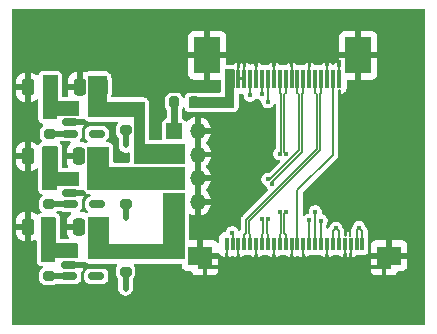
<source format=gtl>
G04 #@! TF.GenerationSoftware,KiCad,Pcbnew,9.0.0*
G04 #@! TF.CreationDate,2025-09-01T12:56:58+03:00*
G04 #@! TF.ProjectId,OV24-RV_V1.0,4f563234-2d52-4565-9f56-312e302e6b69,rev?*
G04 #@! TF.SameCoordinates,Original*
G04 #@! TF.FileFunction,Copper,L1,Top*
G04 #@! TF.FilePolarity,Positive*
%FSLAX46Y46*%
G04 Gerber Fmt 4.6, Leading zero omitted, Abs format (unit mm)*
G04 Created by KiCad (PCBNEW 9.0.0) date 2025-09-01 12:56:58*
%MOMM*%
%LPD*%
G01*
G04 APERTURE LIST*
G04 Aperture macros list*
%AMRoundRect*
0 Rectangle with rounded corners*
0 $1 Rounding radius*
0 $2 $3 $4 $5 $6 $7 $8 $9 X,Y pos of 4 corners*
0 Add a 4 corners polygon primitive as box body*
4,1,4,$2,$3,$4,$5,$6,$7,$8,$9,$2,$3,0*
0 Add four circle primitives for the rounded corners*
1,1,$1+$1,$2,$3*
1,1,$1+$1,$4,$5*
1,1,$1+$1,$6,$7*
1,1,$1+$1,$8,$9*
0 Add four rect primitives between the rounded corners*
20,1,$1+$1,$2,$3,$4,$5,0*
20,1,$1+$1,$4,$5,$6,$7,0*
20,1,$1+$1,$6,$7,$8,$9,0*
20,1,$1+$1,$8,$9,$2,$3,0*%
G04 Aperture macros list end*
G04 #@! TA.AperFunction,SMDPad,CuDef*
%ADD10RoundRect,0.150000X-0.512500X-0.150000X0.512500X-0.150000X0.512500X0.150000X-0.512500X0.150000X0*%
G04 #@! TD*
G04 #@! TA.AperFunction,SMDPad,CuDef*
%ADD11RoundRect,0.250000X0.250000X0.475000X-0.250000X0.475000X-0.250000X-0.475000X0.250000X-0.475000X0*%
G04 #@! TD*
G04 #@! TA.AperFunction,SMDPad,CuDef*
%ADD12R,0.300000X1.100000*%
G04 #@! TD*
G04 #@! TA.AperFunction,SMDPad,CuDef*
%ADD13R,2.100000X1.600000*%
G04 #@! TD*
G04 #@! TA.AperFunction,SMDPad,CuDef*
%ADD14R,1.300000X0.350000*%
G04 #@! TD*
G04 #@! TA.AperFunction,ComponentPad*
%ADD15R,1.350000X1.350000*%
G04 #@! TD*
G04 #@! TA.AperFunction,ComponentPad*
%ADD16O,1.350000X1.350000*%
G04 #@! TD*
G04 #@! TA.AperFunction,SMDPad,CuDef*
%ADD17RoundRect,0.200000X-0.275000X0.200000X-0.275000X-0.200000X0.275000X-0.200000X0.275000X0.200000X0*%
G04 #@! TD*
G04 #@! TA.AperFunction,SMDPad,CuDef*
%ADD18RoundRect,0.200000X-0.200000X-0.275000X0.200000X-0.275000X0.200000X0.275000X-0.200000X0.275000X0*%
G04 #@! TD*
G04 #@! TA.AperFunction,SMDPad,CuDef*
%ADD19R,0.300000X1.600000*%
G04 #@! TD*
G04 #@! TA.AperFunction,SMDPad,CuDef*
%ADD20R,2.240000X3.120000*%
G04 #@! TD*
G04 #@! TA.AperFunction,ViaPad*
%ADD21C,0.400000*%
G04 #@! TD*
G04 #@! TA.AperFunction,ViaPad*
%ADD22C,0.508000*%
G04 #@! TD*
G04 #@! TA.AperFunction,ViaPad*
%ADD23C,0.500000*%
G04 #@! TD*
G04 #@! TA.AperFunction,Conductor*
%ADD24C,0.152400*%
G04 #@! TD*
G04 #@! TA.AperFunction,Conductor*
%ADD25C,0.200000*%
G04 #@! TD*
G04 #@! TA.AperFunction,Conductor*
%ADD26C,0.508000*%
G04 #@! TD*
G04 #@! TA.AperFunction,Conductor*
%ADD27C,0.600000*%
G04 #@! TD*
G04 APERTURE END LIST*
D10*
X58786250Y-74601250D03*
X58786250Y-75551250D03*
X58786250Y-76501250D03*
X61061250Y-76501250D03*
X61061250Y-74601250D03*
D11*
X57103750Y-78401250D03*
X55203750Y-78401250D03*
D12*
X72043750Y-79916250D03*
X72543750Y-79916250D03*
X73043750Y-79916250D03*
X73543750Y-79916250D03*
X74043750Y-79916250D03*
X74543750Y-79916250D03*
X75043750Y-79916250D03*
X75543750Y-79916250D03*
X76043750Y-79916250D03*
X76543750Y-79916250D03*
X77043750Y-79916250D03*
X77543750Y-79916250D03*
X78043750Y-79916250D03*
X78543750Y-79916250D03*
X79043750Y-79916250D03*
X79543750Y-79916250D03*
X80043750Y-79916250D03*
X80543750Y-79916250D03*
X81043750Y-79916250D03*
X81543750Y-79916250D03*
X82043750Y-79916250D03*
X82543750Y-79916250D03*
X83043750Y-79916250D03*
X83543750Y-79916250D03*
D13*
X69793750Y-80866250D03*
D14*
X70193750Y-81841250D03*
X85393750Y-81841250D03*
D13*
X85793750Y-80866250D03*
D10*
X58736250Y-80711250D03*
X58736250Y-81661250D03*
X58736250Y-82611250D03*
X61011250Y-82611250D03*
X61011250Y-80711250D03*
D11*
X57092500Y-72446250D03*
X55192500Y-72446250D03*
X61503750Y-66541250D03*
X59603750Y-66541250D03*
D15*
X67583750Y-70301250D03*
D16*
X69583750Y-70301250D03*
X67583750Y-72301250D03*
X69583750Y-72301250D03*
X67583750Y-74301250D03*
X69583750Y-74301250D03*
X67583750Y-76301250D03*
X69583750Y-76301250D03*
D17*
X63513750Y-68591250D03*
X63513750Y-70241250D03*
D10*
X58772500Y-68636250D03*
X58772500Y-69586250D03*
X58772500Y-70536250D03*
X61047500Y-70536250D03*
X61047500Y-68636250D03*
D11*
X61412500Y-72446250D03*
X59512500Y-72446250D03*
D18*
X67603750Y-67891250D03*
X69253750Y-67891250D03*
D19*
X81543750Y-65871250D03*
X81043750Y-65871250D03*
X80543750Y-65871250D03*
X80043750Y-65871250D03*
X79543750Y-65871250D03*
X79043750Y-65871250D03*
X78543750Y-65871250D03*
X78043750Y-65871250D03*
X77543750Y-65871250D03*
X77043750Y-65871250D03*
X76543750Y-65871250D03*
X76043750Y-65871250D03*
X75543750Y-65871250D03*
X75043750Y-65871250D03*
X74543750Y-65871250D03*
X74043750Y-65871250D03*
X73543750Y-65871250D03*
X73043750Y-65871250D03*
X72543750Y-65871250D03*
X72043750Y-65871250D03*
D20*
X83190750Y-63891250D03*
X70396750Y-63891250D03*
D17*
X63513750Y-74841250D03*
X63513750Y-76491250D03*
X57013750Y-74846250D03*
X57013750Y-76496250D03*
X57057500Y-68881250D03*
X57057500Y-70531250D03*
X63483750Y-80558750D03*
X63483750Y-82208750D03*
X57003750Y-80966250D03*
X57003750Y-82616250D03*
D11*
X61443750Y-78411250D03*
X59543750Y-78411250D03*
X57103750Y-66601250D03*
X55203750Y-66601250D03*
D21*
X75557250Y-77723080D03*
X75905073Y-74772573D03*
X79043750Y-77871250D03*
X74043750Y-67291250D03*
X80043750Y-77891250D03*
X75543750Y-67821250D03*
X77057250Y-72231250D03*
X77057250Y-77141250D03*
X75532427Y-74399927D03*
X75030250Y-77723080D03*
X76530250Y-72231250D03*
X76530250Y-77141250D03*
D22*
X63513750Y-71526250D03*
D21*
X72533750Y-78911250D03*
X75043750Y-67191250D03*
X79543750Y-77131250D03*
X72033750Y-81041250D03*
X80553750Y-80961250D03*
X73333750Y-64411250D03*
X81563750Y-64441250D03*
D23*
X58833750Y-78411250D03*
X59923750Y-75551250D03*
D21*
X80553750Y-64431250D03*
D23*
X59937500Y-69586250D03*
D21*
X77533750Y-64491250D03*
X82303750Y-81231250D03*
X74553750Y-64481250D03*
X79053750Y-64391250D03*
X78553750Y-81031250D03*
X76053750Y-64471250D03*
D23*
X58633750Y-66541250D03*
X58462500Y-72446250D03*
X59913750Y-81681250D03*
D21*
X73043750Y-81031250D03*
X77543750Y-81031250D03*
X76053750Y-81031250D03*
X74543750Y-81031250D03*
X56673750Y-80151250D03*
X57392500Y-74046250D03*
X56823750Y-68081250D03*
X56792500Y-74076250D03*
X57273750Y-80121250D03*
X57423750Y-68051250D03*
D22*
X63483750Y-83653750D03*
D21*
X83253750Y-78481250D03*
X81283750Y-78551250D03*
D22*
X63513750Y-77711250D03*
D24*
X75433450Y-78980949D02*
X75433450Y-77846880D01*
X75543750Y-79091249D02*
X75433450Y-78980949D01*
X75905073Y-74597493D02*
X75905073Y-74772573D01*
X75543750Y-79916250D02*
X75543750Y-79091249D01*
X75433450Y-77846880D02*
X75557250Y-77723080D01*
X78543750Y-65871250D02*
X78543750Y-67071251D01*
X78543750Y-67071251D02*
X78433450Y-67181551D01*
X78433450Y-72069116D02*
X75905073Y-74597493D01*
X78433450Y-67181551D02*
X78433450Y-72069116D01*
D25*
X78043750Y-75301250D02*
X78043750Y-79916250D01*
X81043750Y-65871250D02*
X81043750Y-72301250D01*
X81043750Y-72301250D02*
X78043750Y-75301250D01*
D24*
X73543750Y-79916250D02*
X73543750Y-79091249D01*
X73543750Y-79091249D02*
X73654050Y-78980949D01*
X79543750Y-67071251D02*
X79543750Y-65871250D01*
X73654050Y-78980949D02*
X73654050Y-77823384D01*
X79654050Y-71823384D02*
X79654050Y-67181551D01*
X79654050Y-67181551D02*
X79543750Y-67071251D01*
X73654050Y-77823384D02*
X79654050Y-71823384D01*
X73933450Y-78980949D02*
X73933450Y-77939116D01*
X79933450Y-67181551D02*
X80043750Y-67071251D01*
X74043750Y-79091249D02*
X73933450Y-78980949D01*
X74043750Y-79916250D02*
X74043750Y-79091249D01*
X80043750Y-67071251D02*
X80043750Y-65871250D01*
X73933450Y-77939116D02*
X79933450Y-71939116D01*
X79933450Y-71939116D02*
X79933450Y-67181551D01*
D25*
X79043750Y-77871250D02*
X79043750Y-79916250D01*
X74043750Y-65871250D02*
X74043750Y-67291250D01*
X75543750Y-65871250D02*
X75543750Y-67821250D01*
X80043750Y-77891250D02*
X80043750Y-79916250D01*
D24*
X76933450Y-77265050D02*
X77057250Y-77141250D01*
X77043750Y-79091249D02*
X76933450Y-78980949D01*
X77043750Y-67071251D02*
X76933450Y-67181551D01*
X76933450Y-78980949D02*
X76933450Y-77265050D01*
X77043750Y-79916250D02*
X77043750Y-79091249D01*
X76933450Y-67181551D02*
X76933450Y-72107450D01*
X76933450Y-72107450D02*
X77057250Y-72231250D01*
X77043750Y-65871250D02*
X77043750Y-67071251D01*
X78154050Y-71953384D02*
X75707507Y-74399927D01*
X78043750Y-67071251D02*
X78154050Y-67181551D01*
X78154050Y-67181551D02*
X78154050Y-71953384D01*
X75707507Y-74399927D02*
X75532427Y-74399927D01*
X75154050Y-77846880D02*
X75030250Y-77723080D01*
X75043750Y-79916250D02*
X75043750Y-79091249D01*
X75043750Y-79091249D02*
X75154050Y-78980949D01*
X75154050Y-78980949D02*
X75154050Y-77846880D01*
X78043750Y-65871250D02*
X78043750Y-67071251D01*
X76654050Y-72107450D02*
X76530250Y-72231250D01*
X76543750Y-79091249D02*
X76654050Y-78980949D01*
X76543750Y-79916250D02*
X76543750Y-79091249D01*
X76654050Y-78980949D02*
X76654050Y-77265050D01*
X76543750Y-65871250D02*
X76543750Y-67071251D01*
X76543750Y-67071251D02*
X76654050Y-67181551D01*
X76654050Y-77265050D02*
X76530250Y-77141250D01*
X76654050Y-67181551D02*
X76654050Y-72107450D01*
D25*
X72543750Y-79916250D02*
X72543750Y-78921250D01*
X72543750Y-78921250D02*
X72533750Y-78911250D01*
D26*
X63513750Y-70241250D02*
X63513750Y-71526250D01*
D25*
X79543750Y-77131250D02*
X79543750Y-79916250D01*
X75043750Y-67191250D02*
X75043750Y-65871250D01*
X80553750Y-80961250D02*
X80543750Y-80951250D01*
X73043750Y-65871250D02*
X73043750Y-64701250D01*
X82543750Y-79916250D02*
X82543750Y-80991250D01*
X77543750Y-65871250D02*
X77543750Y-64501250D01*
X80543750Y-65871250D02*
X80543750Y-64441250D01*
X82543750Y-80991250D02*
X82303750Y-81231250D01*
X74543750Y-65871250D02*
X74543750Y-64491250D01*
X76043750Y-64481250D02*
X76053750Y-64471250D01*
X78543750Y-79916250D02*
X78543750Y-81021250D01*
X74543750Y-79916250D02*
X74543750Y-81031250D01*
X80543750Y-80951250D02*
X80543750Y-79916250D01*
X73043750Y-79916250D02*
X73043750Y-81031250D01*
X79043750Y-64401250D02*
X79053750Y-64391250D01*
X79043750Y-65871250D02*
X79043750Y-64401250D01*
D26*
X58723750Y-78411250D02*
X59543750Y-78411250D01*
X59512500Y-72446250D02*
X58462500Y-72446250D01*
D25*
X73043750Y-64701250D02*
X73333750Y-64411250D01*
X82303750Y-81221250D02*
X82043750Y-80961250D01*
X74543750Y-64491250D02*
X74553750Y-64481250D01*
X80543750Y-64441250D02*
X80553750Y-64431250D01*
X81543750Y-64461250D02*
X81563750Y-64441250D01*
D26*
X59937500Y-69586250D02*
X58772500Y-69586250D01*
D25*
X76043750Y-79916250D02*
X76043750Y-81021250D01*
X77543750Y-79916250D02*
X77543750Y-81031250D01*
D26*
X59923750Y-75551250D02*
X58786250Y-75551250D01*
D25*
X77543750Y-64501250D02*
X77533750Y-64491250D01*
X72043750Y-81031250D02*
X72033750Y-81041250D01*
X73543750Y-65871250D02*
X73543750Y-64621250D01*
X78543750Y-81021250D02*
X78553750Y-81031250D01*
D26*
X58756250Y-81681250D02*
X58736250Y-81661250D01*
D25*
X76043750Y-65871250D02*
X76043750Y-64481250D01*
D26*
X58633750Y-66541250D02*
X59603750Y-66541250D01*
D25*
X82043750Y-80961250D02*
X82043750Y-79916250D01*
X72043750Y-79916250D02*
X72043750Y-81031250D01*
D26*
X59913750Y-81681250D02*
X58756250Y-81681250D01*
D25*
X76043750Y-81021250D02*
X76053750Y-81031250D01*
X81543750Y-65871250D02*
X81543750Y-64461250D01*
X73543750Y-64621250D02*
X73333750Y-64411250D01*
X82303750Y-81231250D02*
X82303750Y-81221250D01*
D26*
X58781250Y-76496250D02*
X58786250Y-76501250D01*
X57013750Y-76496250D02*
X58781250Y-76496250D01*
X57057500Y-70531250D02*
X58767500Y-70531250D01*
X58767500Y-70531250D02*
X58772500Y-70536250D01*
X58731250Y-82616250D02*
X58736250Y-82611250D01*
X57003750Y-82616250D02*
X58731250Y-82616250D01*
D27*
X67603750Y-70281250D02*
X67603750Y-67891250D01*
X67583750Y-70301250D02*
X67603750Y-70281250D01*
D25*
X83543750Y-78771250D02*
X83253750Y-78481250D01*
X83543750Y-79916250D02*
X83543750Y-78771250D01*
X83043750Y-79916250D02*
X83043750Y-78691250D01*
D26*
X63483750Y-82208750D02*
X63483750Y-83653750D01*
D25*
X83043750Y-78691250D02*
X83253750Y-78481250D01*
X81543750Y-79916250D02*
X81543750Y-78811250D01*
X81543750Y-78811250D02*
X81283750Y-78551250D01*
D26*
X63513750Y-76491250D02*
X63513750Y-77711250D01*
D25*
X81043750Y-78791250D02*
X81283750Y-78551250D01*
X81043750Y-79916250D02*
X81043750Y-78791250D01*
G04 #@! TA.AperFunction,Conductor*
G36*
X57579398Y-77635602D02*
G01*
X57593750Y-77670250D01*
X57593750Y-79821250D01*
X59374750Y-79821250D01*
X59409398Y-79835602D01*
X59423750Y-79870250D01*
X59423750Y-81002250D01*
X59409398Y-81036898D01*
X59374750Y-81051250D01*
X57513750Y-81051250D01*
X57513750Y-81332250D01*
X57499398Y-81366898D01*
X57464750Y-81381250D01*
X56362750Y-81381250D01*
X56328102Y-81366898D01*
X56313750Y-81332250D01*
X56313750Y-77670250D01*
X56328102Y-77635602D01*
X56362750Y-77621250D01*
X57544750Y-77621250D01*
X57579398Y-77635602D01*
G37*
G04 #@! TD.AperFunction*
G04 #@! TA.AperFunction,Conductor*
G36*
X57718148Y-71590602D02*
G01*
X57732500Y-71625250D01*
X57732500Y-73776250D01*
X59513500Y-73776250D01*
X59548148Y-73790602D01*
X59562500Y-73825250D01*
X59562500Y-74957250D01*
X59548148Y-74991898D01*
X59513500Y-75006250D01*
X57652500Y-75006250D01*
X57652500Y-75287250D01*
X57638148Y-75321898D01*
X57603500Y-75336250D01*
X56501500Y-75336250D01*
X56466852Y-75321898D01*
X56452500Y-75287250D01*
X56452500Y-71625250D01*
X56466852Y-71590602D01*
X56501500Y-71576250D01*
X57683500Y-71576250D01*
X57718148Y-71590602D01*
G37*
G04 #@! TD.AperFunction*
G04 #@! TA.AperFunction,Conductor*
G36*
X72678898Y-65085602D02*
G01*
X72693250Y-65120250D01*
X72693250Y-66690999D01*
X72693486Y-66693395D01*
X72693262Y-66693417D01*
X72693750Y-66698338D01*
X72693750Y-68312250D01*
X72679398Y-68346898D01*
X72644750Y-68361250D01*
X68902750Y-68361250D01*
X68868102Y-68346898D01*
X68853750Y-68312250D01*
X68853750Y-67470250D01*
X68868102Y-67435602D01*
X68902750Y-67421250D01*
X71893750Y-67421250D01*
X71893750Y-65120250D01*
X71908102Y-65085602D01*
X71942750Y-65071250D01*
X72644250Y-65071250D01*
X72678898Y-65085602D01*
G37*
G04 #@! TD.AperFunction*
G04 #@! TA.AperFunction,Conductor*
G36*
X57729398Y-65585602D02*
G01*
X57743750Y-65620250D01*
X57743750Y-67771250D01*
X59524750Y-67771250D01*
X59559398Y-67785602D01*
X59573750Y-67820250D01*
X59573750Y-68952250D01*
X59559398Y-68986898D01*
X59524750Y-69001250D01*
X57663750Y-69001250D01*
X57663750Y-69282250D01*
X57649398Y-69316898D01*
X57614750Y-69331250D01*
X56512750Y-69331250D01*
X56478102Y-69316898D01*
X56463750Y-69282250D01*
X56463750Y-65620250D01*
X56478102Y-65585602D01*
X56512750Y-65571250D01*
X57694750Y-65571250D01*
X57729398Y-65585602D01*
G37*
G04 #@! TD.AperFunction*
G04 #@! TA.AperFunction,Conductor*
G36*
X61879398Y-65625602D02*
G01*
X61893750Y-65660250D01*
X61893750Y-67821250D01*
X65054750Y-67821250D01*
X65089398Y-67835602D01*
X65103750Y-67870250D01*
X65103750Y-71391250D01*
X68484750Y-71391250D01*
X68519398Y-71405602D01*
X68533750Y-71440250D01*
X68533750Y-73022250D01*
X68519398Y-73056898D01*
X68484750Y-73071250D01*
X64242750Y-73071250D01*
X64208102Y-73056898D01*
X64193750Y-73022250D01*
X64193750Y-69151250D01*
X60352750Y-69151250D01*
X60318102Y-69136898D01*
X60303750Y-69102250D01*
X60303750Y-67078141D01*
X60303964Y-67073565D01*
X60304249Y-67070523D01*
X60304250Y-67070516D01*
X60304250Y-66011984D01*
X60303964Y-66008934D01*
X60303750Y-66004359D01*
X60303750Y-65660250D01*
X60318102Y-65625602D01*
X60352750Y-65611250D01*
X61844750Y-65611250D01*
X61879398Y-65625602D01*
G37*
G04 #@! TD.AperFunction*
G04 #@! TA.AperFunction,Conductor*
G36*
X62089398Y-71635602D02*
G01*
X62103750Y-71670250D01*
X62103750Y-73341250D01*
X68484750Y-73341250D01*
X68519398Y-73355602D01*
X68533750Y-73390250D01*
X68533750Y-75252250D01*
X68519398Y-75286898D01*
X68484750Y-75301250D01*
X60332515Y-75301250D01*
X60297867Y-75286898D01*
X60296465Y-75285438D01*
X60292792Y-75281448D01*
X60287441Y-75272180D01*
X60247372Y-75232111D01*
X60246700Y-75231381D01*
X60240565Y-75214647D01*
X60233750Y-75198193D01*
X60233750Y-71670250D01*
X60248102Y-71635602D01*
X60282750Y-71621250D01*
X62054750Y-71621250D01*
X62089398Y-71635602D01*
G37*
G04 #@! TD.AperFunction*
G04 #@! TA.AperFunction,Conductor*
G36*
X68479398Y-75535602D02*
G01*
X68493750Y-75570250D01*
X68493750Y-81132250D01*
X68479398Y-81166898D01*
X68444750Y-81181250D01*
X60352750Y-81181250D01*
X60318102Y-81166898D01*
X60303750Y-81132250D01*
X60303750Y-77660250D01*
X60318102Y-77625602D01*
X60352750Y-77611250D01*
X62064750Y-77611250D01*
X62099398Y-77625602D01*
X62113750Y-77660250D01*
X62113750Y-79891250D01*
X66663750Y-79891250D01*
X66663750Y-75570250D01*
X66678102Y-75535602D01*
X66712750Y-75521250D01*
X68444750Y-75521250D01*
X68479398Y-75535602D01*
G37*
G04 #@! TD.AperFunction*
G04 #@! TA.AperFunction,Conductor*
G36*
X58063446Y-77106991D02*
G01*
X58166267Y-77145341D01*
X58225877Y-77151750D01*
X58787900Y-77151749D01*
X58846090Y-77170656D01*
X58882054Y-77220156D01*
X58882054Y-77281342D01*
X58846090Y-77330842D01*
X58839873Y-77335008D01*
X58825413Y-77343927D01*
X58825410Y-77343929D01*
X58701430Y-77467909D01*
X58609393Y-77617125D01*
X58554243Y-77783556D01*
X58543750Y-77886262D01*
X58543750Y-78161249D01*
X58543751Y-78161250D01*
X59444750Y-78161250D01*
X59502941Y-78180157D01*
X59538905Y-78229657D01*
X59543750Y-78260250D01*
X59543750Y-78562250D01*
X59524843Y-78620441D01*
X59475343Y-78656405D01*
X59444750Y-78661250D01*
X58543752Y-78661250D01*
X58543751Y-78661251D01*
X58543751Y-78936236D01*
X58554242Y-79038937D01*
X58554245Y-79038949D01*
X58609392Y-79205372D01*
X58676874Y-79314777D01*
X58691330Y-79374231D01*
X58668080Y-79430826D01*
X58616004Y-79462947D01*
X58592613Y-79465750D01*
X58048250Y-79465750D01*
X57990059Y-79446843D01*
X57954095Y-79397343D01*
X57949250Y-79366750D01*
X57949250Y-78960078D01*
X57950097Y-78947156D01*
X57954250Y-78915611D01*
X57954249Y-77886890D01*
X57950097Y-77855349D01*
X57949250Y-77842428D01*
X57949250Y-77670234D01*
X57948567Y-77648226D01*
X57948567Y-77648218D01*
X57948566Y-77648214D01*
X57948566Y-77648211D01*
X57932283Y-77577836D01*
X57922188Y-77534203D01*
X57907836Y-77499555D01*
X57888489Y-77459980D01*
X57814717Y-77369134D01*
X57769248Y-77340750D01*
X57715447Y-77307165D01*
X57715445Y-77307164D01*
X57713120Y-77306201D01*
X57680797Y-77292812D01*
X57679558Y-77292343D01*
X57679444Y-77292252D01*
X57679379Y-77292225D01*
X57679386Y-77292205D01*
X57631824Y-77254067D01*
X57615705Y-77195043D01*
X57637357Y-77137817D01*
X57688511Y-77104247D01*
X57714593Y-77100750D01*
X58028852Y-77100750D01*
X58063446Y-77106991D01*
G37*
G04 #@! TD.AperFunction*
G04 #@! TA.AperFunction,Conductor*
G36*
X59883110Y-75320157D02*
G01*
X59916768Y-75363309D01*
X59918527Y-75367681D01*
X59921142Y-75374183D01*
X59921144Y-75374187D01*
X59975861Y-75457937D01*
X59985148Y-75472152D01*
X59985820Y-75472882D01*
X59994300Y-75481719D01*
X59995993Y-75483484D01*
X60016250Y-75503742D01*
X60026015Y-75515112D01*
X60031235Y-75522215D01*
X60031243Y-75522223D01*
X60034918Y-75526216D01*
X60039994Y-75531615D01*
X60041461Y-75533142D01*
X60062543Y-75553362D01*
X60062550Y-75553368D01*
X60161811Y-75615331D01*
X60161815Y-75615333D01*
X60161820Y-75615336D01*
X60196468Y-75629688D01*
X60217084Y-75637488D01*
X60332515Y-75656750D01*
X60458372Y-75656750D01*
X60516563Y-75675657D01*
X60552527Y-75725157D01*
X60552527Y-75786343D01*
X60516563Y-75835843D01*
X60468953Y-75854182D01*
X60464259Y-75854687D01*
X60441269Y-75857158D01*
X60441264Y-75857159D01*
X60306420Y-75907452D01*
X60191208Y-75993700D01*
X60191200Y-75993708D01*
X60104952Y-76108920D01*
X60054660Y-76243761D01*
X60054658Y-76243772D01*
X60048250Y-76303379D01*
X60048250Y-76699116D01*
X60048251Y-76699120D01*
X60054658Y-76758730D01*
X60054659Y-76758735D01*
X60104952Y-76893579D01*
X60157362Y-76963589D01*
X60191204Y-77008796D01*
X60298576Y-77089175D01*
X60306283Y-77094944D01*
X60317323Y-77110605D01*
X60331789Y-77123168D01*
X60334529Y-77135013D01*
X60341536Y-77144952D01*
X60341262Y-77164112D01*
X60345581Y-77182779D01*
X60340835Y-77193972D01*
X60340662Y-77206132D01*
X60329178Y-77221472D01*
X60321701Y-77239111D01*
X60311282Y-77245377D01*
X60303995Y-77255113D01*
X60269270Y-77270649D01*
X60217301Y-77282673D01*
X60156346Y-77277369D01*
X60143014Y-77270483D01*
X60112873Y-77251892D01*
X59946443Y-77196743D01*
X59843737Y-77186250D01*
X59716692Y-77186250D01*
X59658501Y-77167343D01*
X59622537Y-77117843D01*
X59622537Y-77056657D01*
X59652408Y-77014921D01*
X59651289Y-77013802D01*
X59656288Y-77008801D01*
X59656296Y-77008796D01*
X59742546Y-76893581D01*
X59767076Y-76827814D01*
X59792839Y-76758738D01*
X59792840Y-76758735D01*
X59792841Y-76758733D01*
X59799250Y-76699123D01*
X59799249Y-76303378D01*
X59792841Y-76243767D01*
X59783191Y-76217893D01*
X59780571Y-76156764D01*
X59805948Y-76113290D01*
X59816431Y-76102806D01*
X59816434Y-76102803D01*
X59900031Y-75961447D01*
X59945848Y-75803743D01*
X59945850Y-75803736D01*
X59946046Y-75801250D01*
X58885250Y-75801250D01*
X58827059Y-75782343D01*
X58791095Y-75732843D01*
X58786250Y-75702250D01*
X58786250Y-75460750D01*
X58805157Y-75402559D01*
X58854657Y-75366595D01*
X58885250Y-75361750D01*
X59513516Y-75361750D01*
X59527600Y-75361312D01*
X59535532Y-75361067D01*
X59535535Y-75361066D01*
X59535538Y-75361066D01*
X59573795Y-75352214D01*
X59649547Y-75334688D01*
X59684195Y-75320336D01*
X59702658Y-75311309D01*
X59746140Y-75301250D01*
X59824919Y-75301250D01*
X59883110Y-75320157D01*
G37*
G04 #@! TD.AperFunction*
G04 #@! TA.AperFunction,Conductor*
G36*
X69833750Y-75985564D02*
G01*
X69829356Y-75981170D01*
X69738144Y-75928509D01*
X69636411Y-75901250D01*
X69531089Y-75901250D01*
X69429356Y-75928509D01*
X69338144Y-75981170D01*
X69333750Y-75985564D01*
X69333750Y-74616936D01*
X69338144Y-74621330D01*
X69429356Y-74673991D01*
X69531089Y-74701250D01*
X69636411Y-74701250D01*
X69738144Y-74673991D01*
X69829356Y-74621330D01*
X69833750Y-74616936D01*
X69833750Y-75985564D01*
G37*
G04 #@! TD.AperFunction*
G04 #@! TA.AperFunction,Conductor*
G36*
X69833750Y-73985564D02*
G01*
X69829356Y-73981170D01*
X69738144Y-73928509D01*
X69636411Y-73901250D01*
X69531089Y-73901250D01*
X69429356Y-73928509D01*
X69338144Y-73981170D01*
X69333750Y-73985564D01*
X69333750Y-72616936D01*
X69338144Y-72621330D01*
X69429356Y-72673991D01*
X69531089Y-72701250D01*
X69636411Y-72701250D01*
X69738144Y-72673991D01*
X69829356Y-72621330D01*
X69833750Y-72616936D01*
X69833750Y-73985564D01*
G37*
G04 #@! TD.AperFunction*
G04 #@! TA.AperFunction,Conductor*
G36*
X58049696Y-71141991D02*
G01*
X58152517Y-71180341D01*
X58212127Y-71186750D01*
X58756650Y-71186749D01*
X58814840Y-71205656D01*
X58850804Y-71255156D01*
X58850804Y-71316342D01*
X58814840Y-71365842D01*
X58808623Y-71370008D01*
X58794163Y-71378927D01*
X58794160Y-71378929D01*
X58670180Y-71502909D01*
X58578143Y-71652125D01*
X58522993Y-71818556D01*
X58512500Y-71921262D01*
X58512500Y-72196249D01*
X58512501Y-72196250D01*
X59413500Y-72196250D01*
X59471691Y-72215157D01*
X59507655Y-72264657D01*
X59512500Y-72295250D01*
X59512500Y-72597250D01*
X59493593Y-72655441D01*
X59444093Y-72691405D01*
X59413500Y-72696250D01*
X58512502Y-72696250D01*
X58512501Y-72696251D01*
X58512501Y-72971236D01*
X58522992Y-73073937D01*
X58522995Y-73073949D01*
X58578143Y-73240374D01*
X58596279Y-73269778D01*
X58610735Y-73329232D01*
X58587484Y-73385827D01*
X58535408Y-73417947D01*
X58512018Y-73420750D01*
X58187000Y-73420750D01*
X58128809Y-73401843D01*
X58092845Y-73352343D01*
X58088000Y-73321750D01*
X58088000Y-71625234D01*
X58087317Y-71603226D01*
X58087317Y-71603218D01*
X58087316Y-71603214D01*
X58087316Y-71603211D01*
X58071348Y-71534199D01*
X58060938Y-71489203D01*
X58046586Y-71454555D01*
X58027239Y-71414980D01*
X57953467Y-71324134D01*
X57944809Y-71318729D01*
X57942484Y-71315960D01*
X57939044Y-71314843D01*
X57923002Y-71292764D01*
X57905460Y-71271876D01*
X57905206Y-71268269D01*
X57903080Y-71265343D01*
X57903080Y-71238054D01*
X57901165Y-71210841D01*
X57903080Y-71207773D01*
X57903080Y-71204157D01*
X57919118Y-71182082D01*
X57933566Y-71158939D01*
X57936918Y-71157582D01*
X57939044Y-71154657D01*
X57964995Y-71146225D01*
X57990287Y-71135994D01*
X57997235Y-71135750D01*
X58015102Y-71135750D01*
X58049696Y-71141991D01*
G37*
G04 #@! TD.AperFunction*
G04 #@! TA.AperFunction,Conductor*
G36*
X59970109Y-69336250D02*
G01*
X59975599Y-69336250D01*
X59975599Y-69336898D01*
X60019974Y-69342139D01*
X60055402Y-69369648D01*
X60082783Y-69403366D01*
X60182055Y-69465336D01*
X60216703Y-69479688D01*
X60237319Y-69487488D01*
X60352750Y-69506750D01*
X62753870Y-69506750D01*
X62812061Y-69525657D01*
X62848025Y-69575157D01*
X62848025Y-69636343D01*
X62832756Y-69665565D01*
X62754389Y-69768908D01*
X62754388Y-69768910D01*
X62754387Y-69768910D01*
X62698873Y-69909684D01*
X62688250Y-69998143D01*
X62688250Y-70484356D01*
X62698873Y-70572815D01*
X62754387Y-70713589D01*
X62754388Y-70713591D01*
X62754389Y-70713592D01*
X62845828Y-70834172D01*
X62845831Y-70834174D01*
X62870069Y-70852554D01*
X62905011Y-70902780D01*
X62909250Y-70931438D01*
X62909250Y-71446666D01*
X62909250Y-71605834D01*
X62950446Y-71759578D01*
X63030030Y-71897422D01*
X63142578Y-72009970D01*
X63280422Y-72089554D01*
X63434166Y-72130750D01*
X63434167Y-72130750D01*
X63593335Y-72130750D01*
X63593335Y-72130749D01*
X63713627Y-72098517D01*
X63774728Y-72101718D01*
X63822278Y-72140223D01*
X63838250Y-72194143D01*
X63838250Y-72886750D01*
X63819343Y-72944941D01*
X63769843Y-72980905D01*
X63739250Y-72985750D01*
X62558250Y-72985750D01*
X62500059Y-72966843D01*
X62464095Y-72917343D01*
X62459250Y-72886750D01*
X62459250Y-71670234D01*
X62458567Y-71648226D01*
X62458567Y-71648218D01*
X62458566Y-71648214D01*
X62458566Y-71648211D01*
X62444438Y-71587151D01*
X62432188Y-71534203D01*
X62417836Y-71499555D01*
X62398489Y-71459980D01*
X62361603Y-71414557D01*
X62324718Y-71369135D01*
X62324717Y-71369134D01*
X62225447Y-71307165D01*
X62225445Y-71307164D01*
X62218297Y-71304203D01*
X62190797Y-71292812D01*
X62179945Y-71288706D01*
X62170182Y-71285012D01*
X62054750Y-71265750D01*
X61918498Y-71265750D01*
X61860307Y-71246843D01*
X61824343Y-71197343D01*
X61824343Y-71136157D01*
X61859169Y-71087497D01*
X61886934Y-71066712D01*
X61917546Y-71043796D01*
X62003796Y-70928581D01*
X62028326Y-70862814D01*
X62054089Y-70793738D01*
X62054090Y-70793735D01*
X62054091Y-70793733D01*
X62060500Y-70734123D01*
X62060499Y-70338378D01*
X62054091Y-70278767D01*
X62044441Y-70252893D01*
X62003797Y-70143920D01*
X61917549Y-70028708D01*
X61917548Y-70028707D01*
X61917546Y-70028704D01*
X61914073Y-70026104D01*
X61802329Y-69942452D01*
X61667488Y-69892160D01*
X61667483Y-69892159D01*
X61667481Y-69892158D01*
X61667477Y-69892158D01*
X61636249Y-69888800D01*
X61607873Y-69885750D01*
X61607870Y-69885750D01*
X60487133Y-69885750D01*
X60487129Y-69885750D01*
X60487128Y-69885751D01*
X60479949Y-69886522D01*
X60427519Y-69892158D01*
X60427514Y-69892159D01*
X60292670Y-69942452D01*
X60177458Y-70028700D01*
X60177450Y-70028708D01*
X60091202Y-70143920D01*
X60040910Y-70278761D01*
X60040908Y-70278772D01*
X60034500Y-70338379D01*
X60034500Y-70734116D01*
X60034501Y-70734120D01*
X60040908Y-70793730D01*
X60040909Y-70793735D01*
X60091202Y-70928579D01*
X60177450Y-71043791D01*
X60177454Y-71043796D01*
X60177457Y-71043798D01*
X60177458Y-71043799D01*
X60253741Y-71100905D01*
X60264780Y-71116565D01*
X60279247Y-71129129D01*
X60281987Y-71140975D01*
X60288994Y-71150914D01*
X60288720Y-71170073D01*
X60293039Y-71188739D01*
X60288293Y-71199933D01*
X60288120Y-71212093D01*
X60276636Y-71227432D01*
X60269159Y-71245072D01*
X60258739Y-71251339D01*
X60251452Y-71261074D01*
X60216728Y-71276610D01*
X60144926Y-71293223D01*
X60087261Y-71288205D01*
X60087096Y-71288706D01*
X60084988Y-71288007D01*
X60083971Y-71287919D01*
X60081779Y-71286944D01*
X59915193Y-71231743D01*
X59812487Y-71221250D01*
X59702942Y-71221250D01*
X59644751Y-71202343D01*
X59608787Y-71152843D01*
X59608787Y-71091657D01*
X59638658Y-71049921D01*
X59637539Y-71048802D01*
X59642538Y-71043801D01*
X59642546Y-71043796D01*
X59728796Y-70928581D01*
X59753326Y-70862814D01*
X59779089Y-70793738D01*
X59779090Y-70793735D01*
X59779091Y-70793733D01*
X59785500Y-70734123D01*
X59785499Y-70338378D01*
X59779091Y-70278767D01*
X59769441Y-70252893D01*
X59766821Y-70191764D01*
X59792198Y-70148290D01*
X59802681Y-70137806D01*
X59802684Y-70137803D01*
X59886281Y-69996447D01*
X59932098Y-69838743D01*
X59932100Y-69838736D01*
X59932296Y-69836250D01*
X58871500Y-69836250D01*
X58813309Y-69817343D01*
X58777345Y-69767843D01*
X58772500Y-69737250D01*
X58772500Y-69455750D01*
X58791407Y-69397559D01*
X58840907Y-69361595D01*
X58871500Y-69356750D01*
X59524766Y-69356750D01*
X59538850Y-69356312D01*
X59546782Y-69356067D01*
X59546785Y-69356066D01*
X59546788Y-69356066D01*
X59621422Y-69338798D01*
X59643738Y-69336250D01*
X59956914Y-69336250D01*
X59959211Y-69334963D01*
X59970109Y-69336250D01*
G37*
G04 #@! TD.AperFunction*
G04 #@! TA.AperFunction,Conductor*
G36*
X69833750Y-71985564D02*
G01*
X69829356Y-71981170D01*
X69738144Y-71928509D01*
X69636411Y-71901250D01*
X69531089Y-71901250D01*
X69429356Y-71928509D01*
X69338144Y-71981170D01*
X69333750Y-71985564D01*
X69333750Y-70616936D01*
X69338144Y-70621330D01*
X69429356Y-70673991D01*
X69531089Y-70701250D01*
X69636411Y-70701250D01*
X69738144Y-70673991D01*
X69829356Y-70621330D01*
X69833750Y-70616936D01*
X69833750Y-71985564D01*
G37*
G04 #@! TD.AperFunction*
G04 #@! TA.AperFunction,Conductor*
G36*
X73489195Y-65722547D02*
G01*
X73532460Y-65765812D01*
X73543250Y-65810757D01*
X73543250Y-65922250D01*
X73524343Y-65980441D01*
X73474843Y-66016405D01*
X73444250Y-66021250D01*
X73147750Y-66021250D01*
X73089559Y-66002343D01*
X73053595Y-65952843D01*
X73048750Y-65922250D01*
X73048750Y-65815257D01*
X73067657Y-65757066D01*
X73117157Y-65721102D01*
X73178343Y-65721102D01*
X73178585Y-65721250D01*
X73412524Y-65721250D01*
X73428763Y-65712976D01*
X73489195Y-65722547D01*
G37*
G04 #@! TD.AperFunction*
G04 #@! TA.AperFunction,Conductor*
G36*
X88812441Y-59970657D02*
G01*
X88848405Y-60020157D01*
X88853250Y-60050750D01*
X88853250Y-86621750D01*
X88834343Y-86679941D01*
X88784843Y-86715905D01*
X88754250Y-86720750D01*
X53935750Y-86720750D01*
X53877559Y-86701843D01*
X53841595Y-86652343D01*
X53836750Y-86621750D01*
X53836750Y-78651251D01*
X54203751Y-78651251D01*
X54203751Y-78926236D01*
X54214242Y-79028937D01*
X54214245Y-79028949D01*
X54269393Y-79195374D01*
X54361430Y-79344590D01*
X54485409Y-79468569D01*
X54634625Y-79560606D01*
X54801056Y-79615756D01*
X54903763Y-79626249D01*
X54953750Y-79626248D01*
X54953750Y-78651251D01*
X54953749Y-78651250D01*
X54203752Y-78651250D01*
X54203751Y-78651251D01*
X53836750Y-78651251D01*
X53836750Y-77876262D01*
X54203750Y-77876262D01*
X54203750Y-78151249D01*
X54203751Y-78151250D01*
X54953749Y-78151250D01*
X54953750Y-78151249D01*
X54953750Y-77176249D01*
X54903765Y-77176250D01*
X54903762Y-77176251D01*
X54801062Y-77186742D01*
X54801050Y-77186745D01*
X54634625Y-77241893D01*
X54485409Y-77333930D01*
X54361430Y-77457909D01*
X54269393Y-77607125D01*
X54214243Y-77773556D01*
X54203750Y-77876262D01*
X53836750Y-77876262D01*
X53836750Y-72696251D01*
X54192501Y-72696251D01*
X54192501Y-72971236D01*
X54202992Y-73073937D01*
X54202995Y-73073949D01*
X54258143Y-73240374D01*
X54350180Y-73389590D01*
X54474159Y-73513569D01*
X54623375Y-73605606D01*
X54789806Y-73660756D01*
X54892513Y-73671249D01*
X54942500Y-73671248D01*
X54942500Y-72696251D01*
X54942499Y-72696250D01*
X54192502Y-72696250D01*
X54192501Y-72696251D01*
X53836750Y-72696251D01*
X53836750Y-71921262D01*
X54192500Y-71921262D01*
X54192500Y-72196249D01*
X54192501Y-72196250D01*
X54942499Y-72196250D01*
X54942500Y-72196249D01*
X54942500Y-71221251D01*
X55442500Y-71221251D01*
X55442500Y-73671248D01*
X55442501Y-73671249D01*
X55492486Y-73671249D01*
X55595187Y-73660757D01*
X55595199Y-73660754D01*
X55761624Y-73605606D01*
X55910840Y-73513569D01*
X55927996Y-73496414D01*
X55982513Y-73468637D01*
X56042945Y-73478208D01*
X56086210Y-73521473D01*
X56097000Y-73566418D01*
X56097000Y-75287265D01*
X56097682Y-75309273D01*
X56097683Y-75309288D01*
X56124062Y-75423298D01*
X56124063Y-75423300D01*
X56138410Y-75457937D01*
X56157761Y-75497520D01*
X56203112Y-75553368D01*
X56231533Y-75588366D01*
X56330805Y-75650336D01*
X56365453Y-75664688D01*
X56386069Y-75672488D01*
X56386082Y-75672490D01*
X56386110Y-75672498D01*
X56386129Y-75672510D01*
X56390618Y-75674209D01*
X56390245Y-75675193D01*
X56437370Y-75705906D01*
X56459204Y-75763063D01*
X56443271Y-75822138D01*
X56420151Y-75846966D01*
X56345833Y-75903323D01*
X56345825Y-75903331D01*
X56254390Y-76023906D01*
X56254387Y-76023910D01*
X56198873Y-76164684D01*
X56188250Y-76253143D01*
X56188250Y-76739356D01*
X56198873Y-76827815D01*
X56254387Y-76968589D01*
X56254388Y-76968591D01*
X56254389Y-76968592D01*
X56345828Y-77089172D01*
X56345832Y-77089175D01*
X56355346Y-77096390D01*
X56390288Y-77146616D01*
X56389034Y-77207789D01*
X56352063Y-77256541D01*
X56317842Y-77271725D01*
X56226701Y-77292812D01*
X56226699Y-77292813D01*
X56192062Y-77307160D01*
X56152479Y-77326511D01*
X56090535Y-77376813D01*
X56033444Y-77398817D01*
X55974322Y-77383062D01*
X55958124Y-77369964D01*
X55922090Y-77333930D01*
X55772874Y-77241893D01*
X55606443Y-77186743D01*
X55503737Y-77176250D01*
X55453751Y-77176250D01*
X55453750Y-77176251D01*
X55453750Y-79626248D01*
X55453751Y-79626249D01*
X55503736Y-79626249D01*
X55606437Y-79615757D01*
X55606449Y-79615754D01*
X55772875Y-79560606D01*
X55807277Y-79539387D01*
X55866730Y-79524930D01*
X55923326Y-79548180D01*
X55955447Y-79600255D01*
X55958250Y-79623647D01*
X55958250Y-81332265D01*
X55958932Y-81354273D01*
X55958933Y-81354288D01*
X55985312Y-81468298D01*
X55985313Y-81468300D01*
X55999660Y-81502937D01*
X56019011Y-81542520D01*
X56069875Y-81605157D01*
X56092783Y-81633366D01*
X56192055Y-81695336D01*
X56226703Y-81709688D01*
X56247319Y-81717488D01*
X56362750Y-81736750D01*
X56430339Y-81736750D01*
X56488530Y-81755657D01*
X56524494Y-81805157D01*
X56524494Y-81866343D01*
X56488530Y-81915843D01*
X56466661Y-81927845D01*
X56456408Y-81931889D01*
X56456407Y-81931889D01*
X56456406Y-81931890D01*
X56335831Y-82023325D01*
X56335825Y-82023331D01*
X56244390Y-82143906D01*
X56244387Y-82143910D01*
X56188873Y-82284684D01*
X56178250Y-82373143D01*
X56178250Y-82859356D01*
X56188873Y-82947815D01*
X56244387Y-83088589D01*
X56244388Y-83088591D01*
X56244389Y-83088592D01*
X56335828Y-83209172D01*
X56456408Y-83300611D01*
X56456409Y-83300611D01*
X56456410Y-83300612D01*
X56526797Y-83328369D01*
X56597186Y-83356127D01*
X56685648Y-83366750D01*
X56685650Y-83366750D01*
X57321850Y-83366750D01*
X57321852Y-83366750D01*
X57410314Y-83356127D01*
X57551092Y-83300611D01*
X57610789Y-83255341D01*
X57629878Y-83240866D01*
X57687669Y-83220771D01*
X57689697Y-83220750D01*
X58005663Y-83220750D01*
X58040259Y-83226992D01*
X58116261Y-83255339D01*
X58116262Y-83255339D01*
X58116267Y-83255341D01*
X58175877Y-83261750D01*
X59296622Y-83261749D01*
X59356233Y-83255341D01*
X59448920Y-83220771D01*
X59491079Y-83205047D01*
X59491079Y-83205046D01*
X59491081Y-83205046D01*
X59606296Y-83118796D01*
X59692546Y-83003581D01*
X59742841Y-82868733D01*
X59749250Y-82809123D01*
X59749249Y-82413379D01*
X59998250Y-82413379D01*
X59998250Y-82809116D01*
X59998251Y-82809120D01*
X60004658Y-82868730D01*
X60004659Y-82868735D01*
X60054952Y-83003579D01*
X60118591Y-83088589D01*
X60141204Y-83118796D01*
X60141207Y-83118798D01*
X60141208Y-83118799D01*
X60256420Y-83205047D01*
X60391261Y-83255339D01*
X60391262Y-83255339D01*
X60391267Y-83255341D01*
X60450877Y-83261750D01*
X61571622Y-83261749D01*
X61631233Y-83255341D01*
X61723920Y-83220771D01*
X61766079Y-83205047D01*
X61766079Y-83205046D01*
X61766081Y-83205046D01*
X61881296Y-83118796D01*
X61967546Y-83003581D01*
X62017841Y-82868733D01*
X62024250Y-82809123D01*
X62024249Y-82413378D01*
X62017841Y-82353767D01*
X62008191Y-82327893D01*
X61967547Y-82218920D01*
X61881299Y-82103708D01*
X61881298Y-82103707D01*
X61881296Y-82103704D01*
X61881291Y-82103700D01*
X61766079Y-82017452D01*
X61631238Y-81967160D01*
X61631233Y-81967159D01*
X61631231Y-81967158D01*
X61631227Y-81967158D01*
X61599999Y-81963800D01*
X61571623Y-81960750D01*
X61571620Y-81960750D01*
X60450883Y-81960750D01*
X60450879Y-81960750D01*
X60450878Y-81960751D01*
X60443699Y-81961522D01*
X60391269Y-81967158D01*
X60391264Y-81967159D01*
X60256420Y-82017452D01*
X60141208Y-82103700D01*
X60141200Y-82103708D01*
X60054952Y-82218920D01*
X60004660Y-82353761D01*
X60004658Y-82353772D01*
X59998250Y-82413379D01*
X59749249Y-82413379D01*
X59749249Y-82413378D01*
X59742841Y-82353767D01*
X59733191Y-82327893D01*
X59730571Y-82266764D01*
X59755948Y-82223290D01*
X59766431Y-82212806D01*
X59766434Y-82212803D01*
X59850031Y-82071447D01*
X59895848Y-81913743D01*
X59895850Y-81913736D01*
X59896046Y-81911250D01*
X58835250Y-81911250D01*
X58777059Y-81892343D01*
X58741095Y-81842843D01*
X58736250Y-81812250D01*
X58736250Y-81510250D01*
X58755157Y-81452059D01*
X58804657Y-81416095D01*
X58835250Y-81411250D01*
X59896046Y-81411250D01*
X59908355Y-81397935D01*
X59961739Y-81368039D01*
X60022500Y-81375231D01*
X60057904Y-81402729D01*
X60064823Y-81411250D01*
X60082783Y-81433366D01*
X60182055Y-81495336D01*
X60216703Y-81509688D01*
X60237319Y-81517488D01*
X60352750Y-81536750D01*
X62676474Y-81536750D01*
X62734665Y-81555657D01*
X62770629Y-81605157D01*
X62770629Y-81666343D01*
X62755358Y-81695569D01*
X62724390Y-81736406D01*
X62724387Y-81736410D01*
X62668873Y-81877184D01*
X62658250Y-81965643D01*
X62658250Y-82451856D01*
X62668873Y-82540315D01*
X62724387Y-82681089D01*
X62724388Y-82681091D01*
X62724389Y-82681092D01*
X62815828Y-82801672D01*
X62825652Y-82809122D01*
X62840069Y-82820054D01*
X62875011Y-82870280D01*
X62879250Y-82898938D01*
X62879250Y-83574166D01*
X62879250Y-83733334D01*
X62920446Y-83887078D01*
X63000030Y-84024922D01*
X63112578Y-84137470D01*
X63250422Y-84217054D01*
X63404166Y-84258250D01*
X63404167Y-84258250D01*
X63563333Y-84258250D01*
X63563334Y-84258250D01*
X63717078Y-84217054D01*
X63854922Y-84137470D01*
X63967470Y-84024922D01*
X64047054Y-83887078D01*
X64088250Y-83733334D01*
X64088250Y-83574166D01*
X64088250Y-82898938D01*
X64107157Y-82840747D01*
X64127431Y-82820054D01*
X64151672Y-82801672D01*
X64243111Y-82681092D01*
X64298627Y-82540314D01*
X64309250Y-82451852D01*
X64309250Y-81965648D01*
X64298627Y-81877186D01*
X64243111Y-81736408D01*
X64212142Y-81695569D01*
X64192047Y-81637778D01*
X64209758Y-81579212D01*
X64258511Y-81542242D01*
X64291026Y-81536750D01*
X68144750Y-81536750D01*
X68202941Y-81555657D01*
X68238905Y-81605157D01*
X68243750Y-81635750D01*
X68243750Y-81714074D01*
X68243749Y-81714074D01*
X68250151Y-81773620D01*
X68250153Y-81773631D01*
X68300396Y-81908338D01*
X68300397Y-81908340D01*
X68386557Y-82023434D01*
X68386565Y-82023442D01*
X68501659Y-82109602D01*
X68501661Y-82109603D01*
X68636368Y-82159846D01*
X68636379Y-82159848D01*
X68695926Y-82166250D01*
X68997313Y-82166250D01*
X69055504Y-82185157D01*
X69090072Y-82230655D01*
X69100397Y-82258341D01*
X69186557Y-82373434D01*
X69186565Y-82373442D01*
X69301659Y-82459602D01*
X69301661Y-82459603D01*
X69436368Y-82509846D01*
X69436379Y-82509848D01*
X69495926Y-82516250D01*
X70018749Y-82516250D01*
X70018750Y-82516249D01*
X70018750Y-82016251D01*
X70368750Y-82016251D01*
X70368750Y-82516249D01*
X70368751Y-82516250D01*
X70891574Y-82516250D01*
X70951120Y-82509848D01*
X70951131Y-82509846D01*
X71085838Y-82459603D01*
X71085840Y-82459602D01*
X71200934Y-82373442D01*
X71200942Y-82373434D01*
X71287102Y-82258340D01*
X71287103Y-82258338D01*
X71337346Y-82123631D01*
X71337348Y-82123620D01*
X71343750Y-82064074D01*
X84243749Y-82064074D01*
X84250151Y-82123620D01*
X84250153Y-82123631D01*
X84300396Y-82258338D01*
X84300397Y-82258340D01*
X84386557Y-82373434D01*
X84386565Y-82373442D01*
X84501659Y-82459602D01*
X84501661Y-82459603D01*
X84636368Y-82509846D01*
X84636379Y-82509848D01*
X84695926Y-82516250D01*
X85218749Y-82516250D01*
X85218750Y-82516249D01*
X85218750Y-82016251D01*
X85218749Y-82016250D01*
X84243751Y-82016250D01*
X84243750Y-82016251D01*
X84243750Y-82064074D01*
X84243749Y-82064074D01*
X71343750Y-82064074D01*
X71343750Y-82016251D01*
X71343749Y-82016250D01*
X70368751Y-82016250D01*
X70368750Y-82016251D01*
X70018750Y-82016251D01*
X70018750Y-81940250D01*
X70037657Y-81882059D01*
X70087157Y-81846095D01*
X70117750Y-81841250D01*
X70193749Y-81841250D01*
X70193750Y-81841249D01*
X70193750Y-81765250D01*
X70212657Y-81707059D01*
X70262157Y-81671095D01*
X70292750Y-81666250D01*
X71343749Y-81666250D01*
X71343750Y-81666249D01*
X71343750Y-81116251D01*
X84243750Y-81116251D01*
X84243750Y-81666249D01*
X84243751Y-81666250D01*
X85294750Y-81666250D01*
X85352941Y-81685157D01*
X85388905Y-81734657D01*
X85393750Y-81765250D01*
X85393750Y-81841249D01*
X85393751Y-81841250D01*
X85469750Y-81841250D01*
X85527941Y-81860157D01*
X85563905Y-81909657D01*
X85568750Y-81940250D01*
X85568750Y-82516249D01*
X85568751Y-82516250D01*
X86091574Y-82516250D01*
X86151120Y-82509848D01*
X86151131Y-82509846D01*
X86285838Y-82459603D01*
X86285840Y-82459602D01*
X86400934Y-82373442D01*
X86400942Y-82373434D01*
X86487102Y-82258341D01*
X86497428Y-82230655D01*
X86535478Y-82182740D01*
X86590187Y-82166250D01*
X86891574Y-82166250D01*
X86951120Y-82159848D01*
X86951131Y-82159846D01*
X87085838Y-82109603D01*
X87085840Y-82109602D01*
X87200934Y-82023442D01*
X87200942Y-82023434D01*
X87287102Y-81908340D01*
X87287103Y-81908338D01*
X87337346Y-81773631D01*
X87337348Y-81773620D01*
X87343750Y-81714074D01*
X87343750Y-81116251D01*
X87343749Y-81116250D01*
X84243751Y-81116250D01*
X84243750Y-81116251D01*
X71343750Y-81116251D01*
X71343749Y-81116250D01*
X69892750Y-81116250D01*
X69834559Y-81097343D01*
X69798595Y-81047843D01*
X69793750Y-81017250D01*
X69793750Y-80866251D01*
X69793749Y-80866250D01*
X69642750Y-80866250D01*
X69584559Y-80847343D01*
X69548595Y-80797843D01*
X69543750Y-80767250D01*
X69543750Y-79566251D01*
X69543749Y-79566250D01*
X68948250Y-79566250D01*
X68890059Y-79547343D01*
X68854095Y-79497843D01*
X68849250Y-79467250D01*
X68849250Y-77407290D01*
X68868157Y-77349099D01*
X68917657Y-77313135D01*
X68978843Y-77313135D01*
X68993195Y-77319080D01*
X69132708Y-77390165D01*
X69308599Y-77447315D01*
X69333750Y-77451298D01*
X69333750Y-76616936D01*
X69338144Y-76621330D01*
X69429356Y-76673991D01*
X69531089Y-76701250D01*
X69636411Y-76701250D01*
X69738144Y-76673991D01*
X69829356Y-76621330D01*
X69833750Y-76616936D01*
X69833750Y-77451298D01*
X69858900Y-77447315D01*
X70034791Y-77390165D01*
X70199581Y-77306201D01*
X70349212Y-77197487D01*
X70479987Y-77066712D01*
X70588701Y-76917081D01*
X70672665Y-76752291D01*
X70729817Y-76576395D01*
X70729818Y-76576389D01*
X70733800Y-76551250D01*
X69899436Y-76551250D01*
X69903830Y-76546856D01*
X69956491Y-76455644D01*
X69983750Y-76353911D01*
X69983750Y-76248589D01*
X69956491Y-76146856D01*
X69903830Y-76055644D01*
X69899436Y-76051250D01*
X70733800Y-76051250D01*
X70733800Y-76051249D01*
X70729818Y-76026110D01*
X70729817Y-76026104D01*
X70672665Y-75850208D01*
X70588701Y-75685418D01*
X70479987Y-75535787D01*
X70349209Y-75405009D01*
X70316635Y-75381343D01*
X70280671Y-75331843D01*
X70280670Y-75270658D01*
X70316634Y-75221158D01*
X70316635Y-75221157D01*
X70349209Y-75197490D01*
X70479987Y-75066712D01*
X70588701Y-74917081D01*
X70672665Y-74752291D01*
X70729817Y-74576395D01*
X70729818Y-74576389D01*
X70733800Y-74551250D01*
X69899436Y-74551250D01*
X69903830Y-74546856D01*
X69956491Y-74455644D01*
X69983750Y-74353911D01*
X69983750Y-74248589D01*
X69956491Y-74146856D01*
X69903830Y-74055644D01*
X69899436Y-74051250D01*
X70733800Y-74051250D01*
X70733800Y-74051249D01*
X70729818Y-74026110D01*
X70729817Y-74026104D01*
X70672665Y-73850208D01*
X70588701Y-73685418D01*
X70479987Y-73535787D01*
X70349209Y-73405009D01*
X70316635Y-73381343D01*
X70280671Y-73331843D01*
X70280670Y-73270658D01*
X70316634Y-73221158D01*
X70316635Y-73221157D01*
X70349209Y-73197490D01*
X70479987Y-73066712D01*
X70588701Y-72917081D01*
X70672665Y-72752291D01*
X70729817Y-72576395D01*
X70729818Y-72576389D01*
X70733800Y-72551250D01*
X69899436Y-72551250D01*
X69903830Y-72546856D01*
X69956491Y-72455644D01*
X69983750Y-72353911D01*
X69983750Y-72248589D01*
X69956491Y-72146856D01*
X69903830Y-72055644D01*
X69899436Y-72051250D01*
X70733800Y-72051250D01*
X70733800Y-72051249D01*
X70729818Y-72026110D01*
X70729817Y-72026104D01*
X70672665Y-71850208D01*
X70588701Y-71685418D01*
X70479987Y-71535787D01*
X70349209Y-71405009D01*
X70316635Y-71381343D01*
X70280671Y-71331843D01*
X70280670Y-71270658D01*
X70316634Y-71221158D01*
X70316635Y-71221157D01*
X70349209Y-71197490D01*
X70479987Y-71066712D01*
X70588701Y-70917081D01*
X70672665Y-70752291D01*
X70729817Y-70576395D01*
X70729818Y-70576389D01*
X70733800Y-70551250D01*
X69899436Y-70551250D01*
X69903830Y-70546856D01*
X69956491Y-70455644D01*
X69983750Y-70353911D01*
X69983750Y-70248589D01*
X69956491Y-70146856D01*
X69903830Y-70055644D01*
X69899436Y-70051250D01*
X70733800Y-70051250D01*
X70733800Y-70051249D01*
X70729818Y-70026110D01*
X70729817Y-70026104D01*
X70672665Y-69850208D01*
X70588701Y-69685418D01*
X70479987Y-69535787D01*
X70349212Y-69405012D01*
X70199581Y-69296298D01*
X70034791Y-69212334D01*
X69858895Y-69155182D01*
X69858889Y-69155181D01*
X69833750Y-69151199D01*
X69833750Y-69985564D01*
X69829356Y-69981170D01*
X69738144Y-69928509D01*
X69636411Y-69901250D01*
X69531089Y-69901250D01*
X69429356Y-69928509D01*
X69338144Y-69981170D01*
X69333750Y-69985564D01*
X69333750Y-69151200D01*
X69333749Y-69151199D01*
X69308610Y-69155181D01*
X69308604Y-69155182D01*
X69132708Y-69212334D01*
X68967918Y-69296298D01*
X68818284Y-69405014D01*
X68729914Y-69493384D01*
X68675397Y-69521161D01*
X68614965Y-69511589D01*
X68571701Y-69468325D01*
X68570970Y-69466860D01*
X68570225Y-69465336D01*
X68547948Y-69419767D01*
X68465233Y-69337052D01*
X68463593Y-69336250D01*
X68360141Y-69285676D01*
X68360143Y-69285676D01*
X68338975Y-69282592D01*
X68284119Y-69255492D01*
X68255668Y-69201323D01*
X68254250Y-69184627D01*
X68254250Y-68516536D01*
X68264052Y-68473586D01*
X68268362Y-68464634D01*
X68288111Y-68438592D01*
X68320729Y-68355876D01*
X68322299Y-68352618D01*
X68341056Y-68332997D01*
X68358336Y-68312052D01*
X68361979Y-68311111D01*
X68364579Y-68308392D01*
X68391289Y-68303543D01*
X68417578Y-68296755D01*
X68421078Y-68298135D01*
X68424781Y-68297463D01*
X68449240Y-68309241D01*
X68474498Y-68319201D01*
X68476519Y-68322376D01*
X68479908Y-68324008D01*
X68492771Y-68347909D01*
X68507353Y-68370817D01*
X68507949Y-68373252D01*
X68525312Y-68448298D01*
X68525313Y-68448300D01*
X68539660Y-68482937D01*
X68539664Y-68482945D01*
X68559011Y-68522520D01*
X68632783Y-68613366D01*
X68732055Y-68675336D01*
X68766703Y-68689688D01*
X68787319Y-68697488D01*
X68902750Y-68716750D01*
X72644766Y-68716750D01*
X72658850Y-68716312D01*
X72666782Y-68716067D01*
X72666785Y-68716066D01*
X72666788Y-68716066D01*
X72705045Y-68707214D01*
X72780797Y-68689688D01*
X72815445Y-68675336D01*
X72855020Y-68655989D01*
X72945866Y-68582217D01*
X73007836Y-68482945D01*
X73022188Y-68448297D01*
X73029988Y-68427681D01*
X73049250Y-68312250D01*
X73049250Y-67270250D01*
X73053577Y-67256930D01*
X73053093Y-67242934D01*
X73062796Y-67228556D01*
X73068157Y-67212059D01*
X73079487Y-67203826D01*
X73087322Y-67192219D01*
X73102792Y-67186894D01*
X73117657Y-67176095D01*
X73144823Y-67171309D01*
X73290323Y-67166270D01*
X73292093Y-67166778D01*
X73304334Y-67166778D01*
X73345926Y-67171250D01*
X73394250Y-67171250D01*
X73452441Y-67190157D01*
X73488405Y-67239657D01*
X73493250Y-67270250D01*
X73493250Y-67363725D01*
X73502033Y-67396503D01*
X73530767Y-67503739D01*
X73603237Y-67629260D01*
X73603239Y-67629262D01*
X73603241Y-67629265D01*
X73705735Y-67731759D01*
X73705737Y-67731760D01*
X73705739Y-67731762D01*
X73831261Y-67804232D01*
X73831262Y-67804232D01*
X73831265Y-67804234D01*
X73971275Y-67841750D01*
X73971276Y-67841750D01*
X74116224Y-67841750D01*
X74116225Y-67841750D01*
X74256235Y-67804234D01*
X74256237Y-67804232D01*
X74256239Y-67804232D01*
X74381760Y-67731762D01*
X74381760Y-67731761D01*
X74381765Y-67731759D01*
X74484259Y-67629265D01*
X74499902Y-67602169D01*
X74545368Y-67561229D01*
X74606218Y-67554832D01*
X74655639Y-67581663D01*
X74705735Y-67631759D01*
X74705737Y-67631760D01*
X74705739Y-67631762D01*
X74831261Y-67704232D01*
X74831259Y-67704232D01*
X74831263Y-67704233D01*
X74831265Y-67704234D01*
X74919874Y-67727977D01*
X74971187Y-67761300D01*
X74993114Y-67818422D01*
X74993250Y-67823603D01*
X74993250Y-67893724D01*
X75030767Y-68033739D01*
X75103237Y-68159260D01*
X75103239Y-68159262D01*
X75103241Y-68159265D01*
X75205735Y-68261759D01*
X75205737Y-68261760D01*
X75205739Y-68261762D01*
X75331261Y-68334232D01*
X75331262Y-68334232D01*
X75331265Y-68334234D01*
X75471275Y-68371750D01*
X75471276Y-68371750D01*
X75616224Y-68371750D01*
X75616225Y-68371750D01*
X75756235Y-68334234D01*
X75756237Y-68334232D01*
X75756239Y-68334232D01*
X75881760Y-68261762D01*
X75881760Y-68261761D01*
X75881765Y-68261759D01*
X75984259Y-68159265D01*
X76042614Y-68058190D01*
X76088083Y-68017251D01*
X76148933Y-68010855D01*
X76201921Y-68041448D01*
X76226808Y-68097344D01*
X76227350Y-68107692D01*
X76227350Y-71714974D01*
X76208443Y-71773165D01*
X76196302Y-71785631D01*
X76196824Y-71786153D01*
X76192237Y-71790739D01*
X76192235Y-71790741D01*
X76138141Y-71844835D01*
X76089738Y-71893238D01*
X76089737Y-71893239D01*
X76017267Y-72018760D01*
X75994476Y-72103816D01*
X75979750Y-72158775D01*
X75979750Y-72303725D01*
X75994978Y-72360557D01*
X76017266Y-72443735D01*
X76017267Y-72443738D01*
X76089737Y-72569260D01*
X76089739Y-72569262D01*
X76089741Y-72569265D01*
X76192235Y-72671759D01*
X76192237Y-72671760D01*
X76192239Y-72671762D01*
X76317761Y-72744232D01*
X76317762Y-72744232D01*
X76317765Y-72744234D01*
X76457775Y-72781750D01*
X76457776Y-72781750D01*
X76483230Y-72781750D01*
X76541421Y-72800657D01*
X76577385Y-72850157D01*
X76577385Y-72911343D01*
X76553234Y-72950754D01*
X75683305Y-73820682D01*
X75628788Y-73848459D01*
X75611391Y-73848688D01*
X75611391Y-73849427D01*
X75604902Y-73849427D01*
X75459952Y-73849427D01*
X75398217Y-73865968D01*
X75319937Y-73886944D01*
X75194416Y-73959414D01*
X75091914Y-74061916D01*
X75019444Y-74187437D01*
X74981927Y-74327452D01*
X74981927Y-74472401D01*
X75019444Y-74612416D01*
X75091914Y-74737937D01*
X75091916Y-74737939D01*
X75091918Y-74737942D01*
X75194412Y-74840436D01*
X75194414Y-74840437D01*
X75194416Y-74840439D01*
X75319937Y-74912909D01*
X75319939Y-74912909D01*
X75319942Y-74912911D01*
X75321632Y-74913363D01*
X75322684Y-74914046D01*
X75325932Y-74915392D01*
X75325682Y-74915994D01*
X75372946Y-74946687D01*
X75389472Y-74979121D01*
X75389607Y-74979066D01*
X75390312Y-74980770D01*
X75391634Y-74983363D01*
X75392087Y-74985054D01*
X75392090Y-74985061D01*
X75464560Y-75110583D01*
X75464562Y-75110585D01*
X75464564Y-75110588D01*
X75543979Y-75190003D01*
X75571755Y-75244518D01*
X75562184Y-75304950D01*
X75543978Y-75330009D01*
X73392050Y-77481939D01*
X73392049Y-77481938D01*
X73312607Y-77561381D01*
X73312605Y-77561383D01*
X73312605Y-77561384D01*
X73300842Y-77581759D01*
X73256429Y-77658684D01*
X73227350Y-77767209D01*
X73227350Y-78642127D01*
X73208443Y-78700318D01*
X73158943Y-78736282D01*
X73097757Y-78736282D01*
X73048257Y-78700318D01*
X73042614Y-78691627D01*
X72974262Y-78573239D01*
X72974260Y-78573237D01*
X72974259Y-78573235D01*
X72871765Y-78470741D01*
X72871762Y-78470739D01*
X72871760Y-78470737D01*
X72746238Y-78398267D01*
X72746239Y-78398267D01*
X72617805Y-78363853D01*
X72606225Y-78360750D01*
X72461275Y-78360750D01*
X72449695Y-78363853D01*
X72321260Y-78398267D01*
X72195739Y-78470737D01*
X72093237Y-78573239D01*
X72020767Y-78698760D01*
X72020766Y-78698765D01*
X71999373Y-78778606D01*
X71995550Y-78792873D01*
X71962225Y-78844188D01*
X71905104Y-78866114D01*
X71899923Y-78866250D01*
X71845926Y-78866250D01*
X71786379Y-78872651D01*
X71786368Y-78872653D01*
X71651661Y-78922896D01*
X71651659Y-78922897D01*
X71536565Y-79009057D01*
X71536557Y-79009065D01*
X71450397Y-79124159D01*
X71450396Y-79124161D01*
X71400153Y-79258868D01*
X71400151Y-79258879D01*
X71393750Y-79318425D01*
X71393750Y-79669178D01*
X71374843Y-79727369D01*
X71325343Y-79763333D01*
X71264157Y-79763333D01*
X71215498Y-79728508D01*
X71200943Y-79709066D01*
X71200934Y-79709057D01*
X71085840Y-79622897D01*
X71085838Y-79622896D01*
X70951131Y-79572653D01*
X70951120Y-79572651D01*
X70891574Y-79566250D01*
X70043751Y-79566250D01*
X70043750Y-79566251D01*
X70043750Y-80616249D01*
X70043751Y-80616250D01*
X71350195Y-80616250D01*
X71408386Y-80635157D01*
X71444350Y-80684657D01*
X71447621Y-80697669D01*
X71448748Y-80703918D01*
X71450398Y-80708340D01*
X71536557Y-80823434D01*
X71536565Y-80823442D01*
X71651659Y-80909602D01*
X71651661Y-80909603D01*
X71786368Y-80959846D01*
X71786379Y-80959848D01*
X71845926Y-80966250D01*
X71893749Y-80966250D01*
X71893750Y-80966249D01*
X71893750Y-80669450D01*
X71912657Y-80611259D01*
X71962157Y-80575295D01*
X72023343Y-80575295D01*
X72071414Y-80609342D01*
X72077377Y-80617146D01*
X72104552Y-80672733D01*
X72169413Y-80737594D01*
X72173414Y-80742830D01*
X72181487Y-80765775D01*
X72192531Y-80787451D01*
X72193515Y-80799964D01*
X72193721Y-80800547D01*
X72193595Y-80800969D01*
X72193750Y-80802938D01*
X72193750Y-80966249D01*
X72193751Y-80966250D01*
X72241574Y-80966250D01*
X72301120Y-80959848D01*
X72301131Y-80959846D01*
X72435836Y-80909604D01*
X72484421Y-80873234D01*
X72542335Y-80853497D01*
X72600790Y-80871571D01*
X72603079Y-80873234D01*
X72651663Y-80909604D01*
X72651662Y-80909604D01*
X72786368Y-80959846D01*
X72786379Y-80959848D01*
X72845926Y-80966250D01*
X72893749Y-80966250D01*
X72893750Y-80966249D01*
X72893750Y-80802938D01*
X72896218Y-80795340D01*
X72894969Y-80787451D01*
X72905493Y-80766795D01*
X72912657Y-80744747D01*
X72922740Y-80732940D01*
X72973748Y-80681932D01*
X73028263Y-80654157D01*
X73088695Y-80663728D01*
X73113750Y-80681931D01*
X73164755Y-80732936D01*
X73192531Y-80787451D01*
X73193750Y-80802938D01*
X73193750Y-80966249D01*
X73193751Y-80966250D01*
X73241574Y-80966250D01*
X73301120Y-80959848D01*
X73301131Y-80959846D01*
X73435838Y-80909603D01*
X73435840Y-80909602D01*
X73533497Y-80836497D01*
X73591412Y-80816760D01*
X73592826Y-80816750D01*
X73727010Y-80816750D01*
X73779476Y-80809105D01*
X73808024Y-80809105D01*
X73860490Y-80816750D01*
X73994674Y-80816750D01*
X74052865Y-80835657D01*
X74054003Y-80836497D01*
X74151659Y-80909602D01*
X74151661Y-80909603D01*
X74286368Y-80959846D01*
X74286379Y-80959848D01*
X74345926Y-80966250D01*
X74393749Y-80966250D01*
X74393750Y-80966249D01*
X74393750Y-80802938D01*
X74396218Y-80795340D01*
X74394969Y-80787451D01*
X74405493Y-80766795D01*
X74412657Y-80744747D01*
X74422740Y-80732940D01*
X74473748Y-80681932D01*
X74528263Y-80654157D01*
X74588695Y-80663728D01*
X74613750Y-80681931D01*
X74664755Y-80732936D01*
X74692531Y-80787451D01*
X74693750Y-80802938D01*
X74693750Y-80966249D01*
X74693751Y-80966250D01*
X74741574Y-80966250D01*
X74801120Y-80959848D01*
X74801131Y-80959846D01*
X74935838Y-80909603D01*
X74935840Y-80909602D01*
X75033497Y-80836497D01*
X75091412Y-80816760D01*
X75092826Y-80816750D01*
X75227010Y-80816750D01*
X75279476Y-80809105D01*
X75308024Y-80809105D01*
X75360490Y-80816750D01*
X75494674Y-80816750D01*
X75552865Y-80835657D01*
X75554003Y-80836497D01*
X75651659Y-80909602D01*
X75651661Y-80909603D01*
X75786368Y-80959846D01*
X75786379Y-80959848D01*
X75845926Y-80966250D01*
X75893749Y-80966250D01*
X75893750Y-80966249D01*
X75893750Y-80802938D01*
X75896218Y-80795340D01*
X75894969Y-80787451D01*
X75905493Y-80766795D01*
X75912657Y-80744747D01*
X75922740Y-80732940D01*
X75973748Y-80681932D01*
X76028263Y-80654157D01*
X76088695Y-80663728D01*
X76113750Y-80681931D01*
X76164755Y-80732936D01*
X76192531Y-80787451D01*
X76193750Y-80802938D01*
X76193750Y-80966249D01*
X76193751Y-80966250D01*
X76241574Y-80966250D01*
X76301120Y-80959848D01*
X76301131Y-80959846D01*
X76435838Y-80909603D01*
X76435840Y-80909602D01*
X76533497Y-80836497D01*
X76591412Y-80816760D01*
X76592826Y-80816750D01*
X76727010Y-80816750D01*
X76779476Y-80809105D01*
X76808024Y-80809105D01*
X76860490Y-80816750D01*
X76994674Y-80816750D01*
X77052865Y-80835657D01*
X77054003Y-80836497D01*
X77151659Y-80909602D01*
X77151661Y-80909603D01*
X77286368Y-80959846D01*
X77286379Y-80959848D01*
X77345926Y-80966250D01*
X77393749Y-80966250D01*
X77393750Y-80966249D01*
X77393750Y-80802938D01*
X77396218Y-80795340D01*
X77394969Y-80787451D01*
X77405493Y-80766795D01*
X77412657Y-80744747D01*
X77422740Y-80732940D01*
X77473748Y-80681932D01*
X77528263Y-80654157D01*
X77588695Y-80663728D01*
X77613750Y-80681931D01*
X77664755Y-80732936D01*
X77692531Y-80787451D01*
X77693750Y-80802938D01*
X77693750Y-80966249D01*
X77693751Y-80966250D01*
X77741574Y-80966250D01*
X77801120Y-80959848D01*
X77801131Y-80959846D01*
X77935836Y-80909604D01*
X77984421Y-80873234D01*
X78042335Y-80853497D01*
X78100790Y-80871571D01*
X78103079Y-80873234D01*
X78151663Y-80909604D01*
X78151662Y-80909604D01*
X78286368Y-80959846D01*
X78286379Y-80959848D01*
X78345926Y-80966250D01*
X78393749Y-80966250D01*
X78393750Y-80966249D01*
X78393750Y-80802938D01*
X78396218Y-80795340D01*
X78394969Y-80787451D01*
X78405493Y-80766795D01*
X78412657Y-80744747D01*
X78422740Y-80732940D01*
X78473748Y-80681932D01*
X78528263Y-80654157D01*
X78588695Y-80663728D01*
X78613750Y-80681931D01*
X78664755Y-80732936D01*
X78692531Y-80787451D01*
X78693750Y-80802938D01*
X78693750Y-80966249D01*
X78693751Y-80966250D01*
X78741574Y-80966250D01*
X78801120Y-80959848D01*
X78801131Y-80959846D01*
X78935838Y-80909603D01*
X78935840Y-80909602D01*
X79033497Y-80836497D01*
X79091412Y-80816760D01*
X79092826Y-80816750D01*
X79227010Y-80816750D01*
X79279476Y-80809105D01*
X79308024Y-80809105D01*
X79360490Y-80816750D01*
X79727010Y-80816750D01*
X79779476Y-80809105D01*
X79808024Y-80809105D01*
X79860490Y-80816750D01*
X79994674Y-80816750D01*
X80052865Y-80835657D01*
X80054003Y-80836497D01*
X80151659Y-80909602D01*
X80151661Y-80909603D01*
X80286368Y-80959846D01*
X80286379Y-80959848D01*
X80345926Y-80966250D01*
X80393749Y-80966250D01*
X80393750Y-80966249D01*
X80393750Y-80802938D01*
X80396218Y-80795340D01*
X80394969Y-80787451D01*
X80405493Y-80766795D01*
X80412657Y-80744747D01*
X80422740Y-80732940D01*
X80473748Y-80681932D01*
X80528263Y-80654157D01*
X80588695Y-80663728D01*
X80613750Y-80681931D01*
X80664755Y-80732936D01*
X80692531Y-80787451D01*
X80693750Y-80802938D01*
X80693750Y-80966249D01*
X80693751Y-80966250D01*
X80741574Y-80966250D01*
X80801120Y-80959848D01*
X80801131Y-80959846D01*
X80935838Y-80909603D01*
X80935840Y-80909602D01*
X81033497Y-80836497D01*
X81091412Y-80816760D01*
X81092826Y-80816750D01*
X81227010Y-80816750D01*
X81279476Y-80809105D01*
X81308024Y-80809105D01*
X81360490Y-80816750D01*
X81494674Y-80816750D01*
X81552865Y-80835657D01*
X81554003Y-80836497D01*
X81651659Y-80909602D01*
X81651661Y-80909603D01*
X81786368Y-80959846D01*
X81786379Y-80959848D01*
X81845926Y-80966250D01*
X81893749Y-80966250D01*
X81893750Y-80966249D01*
X81893750Y-80802938D01*
X81894137Y-80801746D01*
X81893779Y-80800547D01*
X81896874Y-80793321D01*
X81912657Y-80744747D01*
X81914086Y-80742830D01*
X81918086Y-80737594D01*
X81982948Y-80672733D01*
X82010122Y-80617146D01*
X82016086Y-80609342D01*
X82033577Y-80597268D01*
X82048353Y-80581996D01*
X82058205Y-80580267D01*
X82066440Y-80574584D01*
X82087685Y-80575097D01*
X82108618Y-80571426D01*
X82117606Y-80575820D01*
X82127608Y-80576062D01*
X82144494Y-80588964D01*
X82163587Y-80598299D01*
X82168275Y-80607136D01*
X82176225Y-80613211D01*
X82182301Y-80633573D01*
X82192262Y-80652348D01*
X82193750Y-80669450D01*
X82193750Y-80966249D01*
X82193751Y-80966250D01*
X82241574Y-80966250D01*
X82283166Y-80961778D01*
X82304334Y-80961778D01*
X82345926Y-80966250D01*
X82393749Y-80966250D01*
X82393750Y-80966249D01*
X82393750Y-80669450D01*
X82412657Y-80611259D01*
X82462157Y-80575295D01*
X82523343Y-80575295D01*
X82571414Y-80609342D01*
X82577377Y-80617146D01*
X82604552Y-80672733D01*
X82669413Y-80737594D01*
X82673414Y-80742830D01*
X82681487Y-80765775D01*
X82692531Y-80787451D01*
X82693515Y-80799964D01*
X82693721Y-80800547D01*
X82693595Y-80800969D01*
X82693750Y-80802938D01*
X82693750Y-80966249D01*
X82693751Y-80966250D01*
X82741574Y-80966250D01*
X82801120Y-80959848D01*
X82801131Y-80959846D01*
X82935838Y-80909603D01*
X82935840Y-80909602D01*
X83033497Y-80836497D01*
X83091412Y-80816760D01*
X83092826Y-80816750D01*
X83227010Y-80816750D01*
X83279476Y-80809105D01*
X83308024Y-80809105D01*
X83360490Y-80816750D01*
X83727007Y-80816750D01*
X83727010Y-80816750D01*
X83795143Y-80806823D01*
X83900233Y-80755448D01*
X83982948Y-80672733D01*
X84034323Y-80567643D01*
X84044250Y-80499510D01*
X84044250Y-80018425D01*
X84243750Y-80018425D01*
X84243750Y-80616249D01*
X84243751Y-80616250D01*
X85543749Y-80616250D01*
X85543750Y-80616249D01*
X85543750Y-79566251D01*
X86043750Y-79566251D01*
X86043750Y-80616249D01*
X86043751Y-80616250D01*
X87343749Y-80616250D01*
X87343750Y-80616249D01*
X87343750Y-80018425D01*
X87337348Y-79958879D01*
X87337346Y-79958868D01*
X87287103Y-79824161D01*
X87287102Y-79824159D01*
X87200942Y-79709065D01*
X87200934Y-79709057D01*
X87085840Y-79622897D01*
X87085838Y-79622896D01*
X86951131Y-79572653D01*
X86951120Y-79572651D01*
X86891574Y-79566250D01*
X86043751Y-79566250D01*
X86043750Y-79566251D01*
X85543750Y-79566251D01*
X85543749Y-79566250D01*
X84695926Y-79566250D01*
X84636379Y-79572651D01*
X84636368Y-79572653D01*
X84501661Y-79622896D01*
X84501659Y-79622897D01*
X84386565Y-79709057D01*
X84386557Y-79709065D01*
X84300397Y-79824159D01*
X84300396Y-79824161D01*
X84250153Y-79958868D01*
X84250151Y-79958879D01*
X84243750Y-80018425D01*
X84044250Y-80018425D01*
X84044250Y-79332990D01*
X84034323Y-79264857D01*
X84031395Y-79258868D01*
X84004309Y-79203461D01*
X83994250Y-79159981D01*
X83994250Y-78711942D01*
X83991135Y-78700318D01*
X83963549Y-78597364D01*
X83963549Y-78597363D01*
X83963549Y-78597362D01*
X83904242Y-78494640D01*
X83904238Y-78494635D01*
X83817835Y-78408231D01*
X83792212Y-78363851D01*
X83785489Y-78338760D01*
X83766734Y-78268765D01*
X83766732Y-78268761D01*
X83766732Y-78268760D01*
X83694262Y-78143239D01*
X83694260Y-78143237D01*
X83694259Y-78143235D01*
X83591765Y-78040741D01*
X83591762Y-78040739D01*
X83591760Y-78040737D01*
X83466238Y-77968267D01*
X83466239Y-77968267D01*
X83399036Y-77950260D01*
X83326225Y-77930750D01*
X83181275Y-77930750D01*
X83129673Y-77944577D01*
X83041260Y-77968267D01*
X82915739Y-78040737D01*
X82813237Y-78143239D01*
X82740767Y-78268761D01*
X82740765Y-78268765D01*
X82715286Y-78363853D01*
X82689667Y-78408229D01*
X82683261Y-78414635D01*
X82623950Y-78517362D01*
X82623950Y-78517363D01*
X82623951Y-78517364D01*
X82593250Y-78631941D01*
X82593250Y-79159981D01*
X82583190Y-79203461D01*
X82583189Y-79203465D01*
X82581689Y-79206533D01*
X82539144Y-79250505D01*
X82478878Y-79261072D01*
X82423911Y-79234198D01*
X82395238Y-79180147D01*
X82393750Y-79163049D01*
X82393750Y-78866251D01*
X82393749Y-78866250D01*
X82345923Y-78866250D01*
X82304331Y-78870721D01*
X82283169Y-78870721D01*
X82241576Y-78866250D01*
X82193751Y-78866250D01*
X82193750Y-78866251D01*
X82193750Y-79163049D01*
X82191027Y-79171426D01*
X82192262Y-79180147D01*
X82181765Y-79199932D01*
X82174843Y-79221240D01*
X82167716Y-79226417D01*
X82163589Y-79234198D01*
X82143467Y-79244035D01*
X82125343Y-79257204D01*
X82116533Y-79257204D01*
X82108622Y-79261072D01*
X82086562Y-79257204D01*
X82064157Y-79257204D01*
X82057029Y-79252025D01*
X82048356Y-79250505D01*
X82032782Y-79234408D01*
X82014657Y-79221240D01*
X82005811Y-79206533D01*
X82004311Y-79203465D01*
X82004310Y-79203461D01*
X81994250Y-79159981D01*
X81994250Y-78751942D01*
X81983532Y-78711942D01*
X81963549Y-78637364D01*
X81960421Y-78631946D01*
X81960419Y-78631940D01*
X81960419Y-78631941D01*
X81904240Y-78534637D01*
X81847835Y-78478231D01*
X81822212Y-78433851D01*
X81815347Y-78408231D01*
X81796734Y-78338765D01*
X81796732Y-78338761D01*
X81796732Y-78338760D01*
X81724262Y-78213239D01*
X81724260Y-78213237D01*
X81724259Y-78213235D01*
X81621765Y-78110741D01*
X81621762Y-78110739D01*
X81621760Y-78110737D01*
X81496238Y-78038267D01*
X81496239Y-78038267D01*
X81431619Y-78020952D01*
X81356225Y-78000750D01*
X81211275Y-78000750D01*
X81162897Y-78013713D01*
X81071260Y-78038267D01*
X80945739Y-78110737D01*
X80843237Y-78213239D01*
X80770767Y-78338761D01*
X80770765Y-78338765D01*
X80745286Y-78433852D01*
X80724086Y-78473510D01*
X80721941Y-78475954D01*
X80683261Y-78514636D01*
X80674110Y-78530485D01*
X80667676Y-78537821D01*
X80649356Y-78548717D01*
X80633516Y-78562980D01*
X80623632Y-78564018D01*
X80615090Y-78569100D01*
X80593861Y-78567147D01*
X80572666Y-78569375D01*
X80564060Y-78564406D01*
X80554162Y-78563496D01*
X80538136Y-78549438D01*
X80519678Y-78538782D01*
X80515635Y-78529702D01*
X80508164Y-78523149D01*
X80503461Y-78502358D01*
X80494792Y-78482886D01*
X80494250Y-78472539D01*
X80494250Y-78238486D01*
X80507513Y-78188987D01*
X80556734Y-78103735D01*
X80594250Y-77963725D01*
X80594250Y-77818775D01*
X80556734Y-77678765D01*
X80556732Y-77678762D01*
X80556732Y-77678760D01*
X80484262Y-77553239D01*
X80484260Y-77553237D01*
X80484259Y-77553235D01*
X80381765Y-77450741D01*
X80381762Y-77450739D01*
X80381760Y-77450737D01*
X80256238Y-77378267D01*
X80256234Y-77378265D01*
X80157091Y-77351699D01*
X80105777Y-77318375D01*
X80083851Y-77261253D01*
X80087088Y-77230451D01*
X80094250Y-77203725D01*
X80094250Y-77058775D01*
X80056734Y-76918765D01*
X80056732Y-76918762D01*
X80056732Y-76918760D01*
X79984262Y-76793239D01*
X79984260Y-76793237D01*
X79984259Y-76793235D01*
X79881765Y-76690741D01*
X79881762Y-76690739D01*
X79881760Y-76690737D01*
X79756238Y-76618267D01*
X79756239Y-76618267D01*
X79726646Y-76610337D01*
X79616225Y-76580750D01*
X79471275Y-76580750D01*
X79433955Y-76590750D01*
X79331260Y-76618267D01*
X79205739Y-76690737D01*
X79103237Y-76793239D01*
X79030767Y-76918760D01*
X78993250Y-77058775D01*
X78993250Y-77203725D01*
X78995411Y-77211791D01*
X78992208Y-77272893D01*
X78953702Y-77320442D01*
X78925408Y-77333039D01*
X78831265Y-77358265D01*
X78831261Y-77358267D01*
X78705739Y-77430737D01*
X78705738Y-77430738D01*
X78705735Y-77430740D01*
X78705735Y-77430741D01*
X78663251Y-77473224D01*
X78608737Y-77501000D01*
X78548305Y-77491429D01*
X78505040Y-77448164D01*
X78494250Y-77403219D01*
X78494250Y-75528861D01*
X78513157Y-75470670D01*
X78523246Y-75458857D01*
X79930854Y-74051249D01*
X81404240Y-72577864D01*
X81463549Y-72475137D01*
X81468772Y-72455644D01*
X81471964Y-72443733D01*
X81482306Y-72405131D01*
X81494250Y-72360559D01*
X81494250Y-66877517D01*
X81504311Y-66834033D01*
X81505811Y-66830965D01*
X81548356Y-66786993D01*
X81608622Y-66776426D01*
X81663589Y-66803300D01*
X81692262Y-66857351D01*
X81693750Y-66874449D01*
X81693750Y-67171249D01*
X81693751Y-67171250D01*
X81741574Y-67171250D01*
X81801120Y-67164848D01*
X81801131Y-67164846D01*
X81935838Y-67114603D01*
X81935840Y-67114602D01*
X82050934Y-67028442D01*
X82050942Y-67028434D01*
X82137102Y-66913340D01*
X82137103Y-66913338D01*
X82187346Y-66778631D01*
X82187348Y-66778620D01*
X82193750Y-66719074D01*
X82193750Y-66050250D01*
X82212657Y-65992059D01*
X82262157Y-65956095D01*
X82292750Y-65951250D01*
X82940749Y-65951250D01*
X82940750Y-65951249D01*
X82940750Y-64141251D01*
X83440750Y-64141251D01*
X83440750Y-65951249D01*
X83440751Y-65951250D01*
X84358574Y-65951250D01*
X84418120Y-65944848D01*
X84418131Y-65944846D01*
X84552838Y-65894603D01*
X84552840Y-65894602D01*
X84667934Y-65808442D01*
X84667942Y-65808434D01*
X84754102Y-65693340D01*
X84754103Y-65693338D01*
X84804346Y-65558631D01*
X84804348Y-65558620D01*
X84810750Y-65499074D01*
X84810750Y-64141251D01*
X84810749Y-64141250D01*
X83440751Y-64141250D01*
X83440750Y-64141251D01*
X82940750Y-64141251D01*
X82940749Y-64141250D01*
X81570751Y-64141250D01*
X81570750Y-64141251D01*
X81570750Y-64466249D01*
X81570751Y-64466250D01*
X81594750Y-64466250D01*
X81605680Y-64469801D01*
X81617132Y-64468813D01*
X81634099Y-64479035D01*
X81652941Y-64485157D01*
X81659697Y-64494456D01*
X81669541Y-64500387D01*
X81677258Y-64518627D01*
X81688905Y-64534657D01*
X81688905Y-64546152D01*
X81693383Y-64556736D01*
X81693750Y-64565250D01*
X81693750Y-64868049D01*
X81674843Y-64926240D01*
X81625343Y-64962204D01*
X81564157Y-64962204D01*
X81514657Y-64926240D01*
X81505810Y-64911530D01*
X81482950Y-64864771D01*
X81482949Y-64864769D01*
X81482948Y-64864768D01*
X81482948Y-64864767D01*
X81422744Y-64804563D01*
X81421086Y-64801309D01*
X81417959Y-64799425D01*
X81407343Y-64774336D01*
X81394969Y-64750049D01*
X81394489Y-64743956D01*
X81394117Y-64743076D01*
X81394343Y-64742100D01*
X81393750Y-64734562D01*
X81393750Y-64571251D01*
X81393749Y-64571250D01*
X81345926Y-64571250D01*
X81286379Y-64577651D01*
X81286368Y-64577653D01*
X81151662Y-64627895D01*
X81103079Y-64664265D01*
X81045164Y-64684002D01*
X80986709Y-64665928D01*
X80984421Y-64664265D01*
X80935837Y-64627895D01*
X80801131Y-64577653D01*
X80801120Y-64577651D01*
X80741574Y-64571250D01*
X80693751Y-64571250D01*
X80693750Y-64571251D01*
X80693750Y-64734562D01*
X80691281Y-64742159D01*
X80692531Y-64750049D01*
X80682006Y-64770704D01*
X80674843Y-64792753D01*
X80664759Y-64804559D01*
X80613751Y-64855567D01*
X80559237Y-64883343D01*
X80498805Y-64873772D01*
X80473749Y-64855568D01*
X80422744Y-64804563D01*
X80394969Y-64750049D01*
X80393750Y-64734562D01*
X80393750Y-64571251D01*
X80393749Y-64571250D01*
X80345926Y-64571250D01*
X80286379Y-64577651D01*
X80286368Y-64577653D01*
X80151661Y-64627896D01*
X80151659Y-64627897D01*
X80054003Y-64701003D01*
X79996088Y-64720740D01*
X79994674Y-64720750D01*
X79860490Y-64720750D01*
X79808022Y-64728394D01*
X79779478Y-64728394D01*
X79737639Y-64722298D01*
X79727010Y-64720750D01*
X79592826Y-64720750D01*
X79534635Y-64701843D01*
X79533497Y-64701003D01*
X79435840Y-64627897D01*
X79435838Y-64627896D01*
X79301131Y-64577653D01*
X79301120Y-64577651D01*
X79241574Y-64571250D01*
X79193751Y-64571250D01*
X79193750Y-64571251D01*
X79193750Y-64734562D01*
X79191281Y-64742159D01*
X79192531Y-64750049D01*
X79182006Y-64770704D01*
X79174843Y-64792753D01*
X79164759Y-64804559D01*
X79113751Y-64855567D01*
X79059237Y-64883343D01*
X78998805Y-64873772D01*
X78973749Y-64855568D01*
X78922744Y-64804563D01*
X78894969Y-64750049D01*
X78893750Y-64734562D01*
X78893750Y-64571251D01*
X78893749Y-64571250D01*
X78845926Y-64571250D01*
X78786379Y-64577651D01*
X78786368Y-64577653D01*
X78651661Y-64627896D01*
X78651659Y-64627897D01*
X78554003Y-64701003D01*
X78496088Y-64720740D01*
X78494674Y-64720750D01*
X78360490Y-64720750D01*
X78308022Y-64728394D01*
X78279478Y-64728394D01*
X78237639Y-64722298D01*
X78227010Y-64720750D01*
X78092826Y-64720750D01*
X78034635Y-64701843D01*
X78033497Y-64701003D01*
X77935840Y-64627897D01*
X77935838Y-64627896D01*
X77801131Y-64577653D01*
X77801120Y-64577651D01*
X77741574Y-64571250D01*
X77693751Y-64571250D01*
X77693750Y-64571251D01*
X77693750Y-64734562D01*
X77691281Y-64742159D01*
X77692531Y-64750049D01*
X77682006Y-64770704D01*
X77674843Y-64792753D01*
X77664759Y-64804559D01*
X77613751Y-64855567D01*
X77559237Y-64883343D01*
X77498805Y-64873772D01*
X77473749Y-64855568D01*
X77422744Y-64804563D01*
X77394969Y-64750049D01*
X77393750Y-64734562D01*
X77393750Y-64571251D01*
X77393749Y-64571250D01*
X77345926Y-64571250D01*
X77286379Y-64577651D01*
X77286368Y-64577653D01*
X77151661Y-64627896D01*
X77151659Y-64627897D01*
X77054003Y-64701003D01*
X76996088Y-64720740D01*
X76994674Y-64720750D01*
X76860490Y-64720750D01*
X76808022Y-64728394D01*
X76779478Y-64728394D01*
X76737639Y-64722298D01*
X76727010Y-64720750D01*
X76592826Y-64720750D01*
X76534635Y-64701843D01*
X76533497Y-64701003D01*
X76435840Y-64627897D01*
X76435838Y-64627896D01*
X76301131Y-64577653D01*
X76301120Y-64577651D01*
X76241574Y-64571250D01*
X76193751Y-64571250D01*
X76193750Y-64571251D01*
X76193750Y-64734562D01*
X76191281Y-64742159D01*
X76192531Y-64750049D01*
X76182006Y-64770704D01*
X76174843Y-64792753D01*
X76164759Y-64804559D01*
X76113751Y-64855567D01*
X76059237Y-64883343D01*
X75998805Y-64873772D01*
X75973749Y-64855568D01*
X75922744Y-64804563D01*
X75894969Y-64750049D01*
X75893750Y-64734562D01*
X75893750Y-64571251D01*
X75893749Y-64571250D01*
X75845926Y-64571250D01*
X75786379Y-64577651D01*
X75786368Y-64577653D01*
X75651661Y-64627896D01*
X75651659Y-64627897D01*
X75554003Y-64701003D01*
X75496088Y-64720740D01*
X75494674Y-64720750D01*
X75360490Y-64720750D01*
X75308022Y-64728394D01*
X75279478Y-64728394D01*
X75237639Y-64722298D01*
X75227010Y-64720750D01*
X75092826Y-64720750D01*
X75034635Y-64701843D01*
X75033497Y-64701003D01*
X74935840Y-64627897D01*
X74935838Y-64627896D01*
X74801131Y-64577653D01*
X74801120Y-64577651D01*
X74741574Y-64571250D01*
X74693751Y-64571250D01*
X74693750Y-64571251D01*
X74693750Y-64734562D01*
X74691281Y-64742159D01*
X74692531Y-64750049D01*
X74682006Y-64770704D01*
X74674843Y-64792753D01*
X74664759Y-64804559D01*
X74613751Y-64855567D01*
X74559237Y-64883343D01*
X74498805Y-64873772D01*
X74473749Y-64855568D01*
X74422744Y-64804563D01*
X74394969Y-64750049D01*
X74393750Y-64734562D01*
X74393750Y-64571251D01*
X74393749Y-64571250D01*
X74345926Y-64571250D01*
X74286379Y-64577651D01*
X74286368Y-64577653D01*
X74151662Y-64627895D01*
X74103079Y-64664265D01*
X74045164Y-64684002D01*
X73986709Y-64665928D01*
X73984421Y-64664265D01*
X73935837Y-64627895D01*
X73801131Y-64577653D01*
X73801120Y-64577651D01*
X73741574Y-64571250D01*
X73693751Y-64571250D01*
X73693750Y-64571251D01*
X73693750Y-64734562D01*
X73693362Y-64735753D01*
X73693721Y-64736953D01*
X73690625Y-64744178D01*
X73674843Y-64792753D01*
X73673414Y-64794670D01*
X73669413Y-64799905D01*
X73604552Y-64864767D01*
X73577379Y-64920350D01*
X73571414Y-64928157D01*
X73553924Y-64940228D01*
X73539147Y-64955504D01*
X73529291Y-64957232D01*
X73521059Y-64962915D01*
X73499815Y-64962401D01*
X73478881Y-64966073D01*
X73469892Y-64961678D01*
X73459892Y-64961437D01*
X73443006Y-64948534D01*
X73423913Y-64939200D01*
X73419224Y-64930362D01*
X73411275Y-64924288D01*
X73405198Y-64903923D01*
X73395238Y-64885150D01*
X73393750Y-64868049D01*
X73393750Y-64571251D01*
X73393749Y-64571250D01*
X73345923Y-64571250D01*
X73304331Y-64575721D01*
X73283169Y-64575721D01*
X73241576Y-64571250D01*
X73193751Y-64571250D01*
X73193750Y-64571251D01*
X73193750Y-64868049D01*
X73174843Y-64926240D01*
X73125343Y-64962204D01*
X73064157Y-64962204D01*
X73016086Y-64928157D01*
X73010120Y-64920350D01*
X72982948Y-64864767D01*
X72918086Y-64799905D01*
X72914086Y-64794670D01*
X72906012Y-64771724D01*
X72894969Y-64750049D01*
X72893984Y-64737535D01*
X72893779Y-64736953D01*
X72893904Y-64736530D01*
X72893750Y-64734562D01*
X72893750Y-64571251D01*
X72893749Y-64571250D01*
X72845926Y-64571250D01*
X72786379Y-64577651D01*
X72786368Y-64577653D01*
X72651661Y-64627896D01*
X72651659Y-64627897D01*
X72560683Y-64696003D01*
X72502769Y-64715740D01*
X72501354Y-64715750D01*
X72115750Y-64715750D01*
X72057559Y-64696843D01*
X72021595Y-64647343D01*
X72016750Y-64616750D01*
X72016750Y-64141251D01*
X72016749Y-64141250D01*
X70646751Y-64141250D01*
X70646750Y-64141251D01*
X70646750Y-65951249D01*
X70646751Y-65951250D01*
X71439250Y-65951250D01*
X71497441Y-65970157D01*
X71533405Y-66019657D01*
X71538250Y-66050250D01*
X71538250Y-66966750D01*
X71519343Y-67024941D01*
X71469843Y-67060905D01*
X71439250Y-67065750D01*
X68902734Y-67065750D01*
X68880726Y-67066432D01*
X68880711Y-67066433D01*
X68766701Y-67092812D01*
X68766699Y-67092813D01*
X68732062Y-67107160D01*
X68692479Y-67126511D01*
X68601635Y-67200281D01*
X68601634Y-67200282D01*
X68539665Y-67299552D01*
X68539664Y-67299554D01*
X68525309Y-67334210D01*
X68517513Y-67354816D01*
X68517512Y-67354819D01*
X68510416Y-67397343D01*
X68509349Y-67403739D01*
X68481121Y-67458023D01*
X68426376Y-67485349D01*
X68366026Y-67475278D01*
X68323120Y-67431657D01*
X68319602Y-67423762D01*
X68288112Y-67343910D01*
X68288111Y-67343909D01*
X68288111Y-67343908D01*
X68196672Y-67223328D01*
X68076092Y-67131889D01*
X68076091Y-67131888D01*
X68076089Y-67131887D01*
X67935315Y-67076373D01*
X67846856Y-67065750D01*
X67846852Y-67065750D01*
X67360648Y-67065750D01*
X67360643Y-67065750D01*
X67272184Y-67076373D01*
X67131410Y-67131887D01*
X67131406Y-67131890D01*
X67010831Y-67223325D01*
X67010825Y-67223331D01*
X66919390Y-67343906D01*
X66919387Y-67343910D01*
X66863873Y-67484684D01*
X66853250Y-67573143D01*
X66853250Y-68209356D01*
X66863873Y-68297815D01*
X66919387Y-68438589D01*
X66919390Y-68438594D01*
X66933133Y-68456716D01*
X66953229Y-68514507D01*
X66953250Y-68516536D01*
X66953250Y-69178799D01*
X66934343Y-69236990D01*
X66884843Y-69272954D01*
X66868524Y-69276765D01*
X66807354Y-69285677D01*
X66702268Y-69337051D01*
X66619551Y-69419768D01*
X66568177Y-69524854D01*
X66568177Y-69524857D01*
X66559653Y-69583366D01*
X66558250Y-69592993D01*
X66558250Y-70936750D01*
X66539343Y-70994941D01*
X66489843Y-71030905D01*
X66459250Y-71035750D01*
X65558250Y-71035750D01*
X65500059Y-71016843D01*
X65464095Y-70967343D01*
X65459250Y-70936750D01*
X65459250Y-67870234D01*
X65458567Y-67848226D01*
X65458567Y-67848218D01*
X65458566Y-67848214D01*
X65458566Y-67848211D01*
X65438457Y-67761300D01*
X65432188Y-67734203D01*
X65417836Y-67699555D01*
X65398489Y-67659980D01*
X65324717Y-67569134D01*
X65285399Y-67544590D01*
X65225447Y-67507165D01*
X65225445Y-67507164D01*
X65190797Y-67492812D01*
X65189427Y-67492293D01*
X65170182Y-67485012D01*
X65054750Y-67465750D01*
X62365086Y-67465750D01*
X62306895Y-67446843D01*
X62270931Y-67397343D01*
X62270931Y-67336157D01*
X62275850Y-67325106D01*
X62275803Y-67325087D01*
X62338792Y-67173016D01*
X62338794Y-67173012D01*
X62354250Y-67055611D01*
X62354249Y-66026890D01*
X62338794Y-65909488D01*
X62278286Y-65763409D01*
X62269706Y-65752227D01*
X62249284Y-65694550D01*
X62249250Y-65691962D01*
X62249250Y-65660234D01*
X62248567Y-65638226D01*
X62248567Y-65638218D01*
X62248566Y-65638214D01*
X62248566Y-65638211D01*
X62230151Y-65558620D01*
X62222188Y-65524203D01*
X62211779Y-65499074D01*
X68776749Y-65499074D01*
X68783151Y-65558620D01*
X68783153Y-65558631D01*
X68833396Y-65693338D01*
X68833397Y-65693340D01*
X68919557Y-65808434D01*
X68919565Y-65808442D01*
X69034659Y-65894602D01*
X69034661Y-65894603D01*
X69169368Y-65944846D01*
X69169379Y-65944848D01*
X69228926Y-65951250D01*
X70146749Y-65951250D01*
X70146750Y-65951249D01*
X70146750Y-64141251D01*
X70146749Y-64141250D01*
X68776751Y-64141250D01*
X68776750Y-64141251D01*
X68776750Y-65499074D01*
X68776749Y-65499074D01*
X62211779Y-65499074D01*
X62207836Y-65489555D01*
X62188489Y-65449980D01*
X62114717Y-65359134D01*
X62015445Y-65297164D01*
X61980797Y-65282812D01*
X61979427Y-65282293D01*
X61960182Y-65275012D01*
X61844750Y-65255750D01*
X60352750Y-65255750D01*
X60352734Y-65255750D01*
X60330726Y-65256432D01*
X60330711Y-65256433D01*
X60216701Y-65282812D01*
X60216699Y-65282813D01*
X60182062Y-65297160D01*
X60142479Y-65316511D01*
X60136191Y-65321618D01*
X60079099Y-65343621D01*
X60042645Y-65338739D01*
X60006450Y-65326745D01*
X60006439Y-65326742D01*
X59903737Y-65316250D01*
X59853751Y-65316250D01*
X59853750Y-65316251D01*
X59853750Y-66442250D01*
X59834843Y-66500441D01*
X59785343Y-66536405D01*
X59754750Y-66541250D01*
X59603751Y-66541250D01*
X59603750Y-66541251D01*
X59603750Y-66692250D01*
X59584843Y-66750441D01*
X59535343Y-66786405D01*
X59504750Y-66791250D01*
X58603752Y-66791250D01*
X58603751Y-66791251D01*
X58603751Y-67066236D01*
X58614242Y-67168937D01*
X58614245Y-67168949D01*
X58652903Y-67285610D01*
X58653259Y-67346794D01*
X58617584Y-67396503D01*
X58559504Y-67415748D01*
X58558928Y-67415750D01*
X58198250Y-67415750D01*
X58140059Y-67396843D01*
X58104095Y-67347343D01*
X58099250Y-67316750D01*
X58099250Y-66016262D01*
X58603750Y-66016262D01*
X58603750Y-66291249D01*
X58603751Y-66291250D01*
X59353749Y-66291250D01*
X59353750Y-66291249D01*
X59353750Y-65316249D01*
X59303765Y-65316250D01*
X59303762Y-65316251D01*
X59201062Y-65326742D01*
X59201050Y-65326745D01*
X59034625Y-65381893D01*
X58885409Y-65473930D01*
X58761430Y-65597909D01*
X58669393Y-65747125D01*
X58614243Y-65913556D01*
X58603750Y-66016262D01*
X58099250Y-66016262D01*
X58099250Y-65620234D01*
X58098567Y-65598226D01*
X58098567Y-65598218D01*
X58098566Y-65598214D01*
X58098566Y-65598211D01*
X58083693Y-65533930D01*
X58072188Y-65484203D01*
X58057836Y-65449555D01*
X58038489Y-65409980D01*
X57964717Y-65319134D01*
X57929524Y-65297165D01*
X57865447Y-65257165D01*
X57865445Y-65257164D01*
X57830799Y-65242813D01*
X57830797Y-65242812D01*
X57829427Y-65242293D01*
X57810182Y-65235012D01*
X57694750Y-65215750D01*
X56512750Y-65215750D01*
X56512734Y-65215750D01*
X56490726Y-65216432D01*
X56490711Y-65216433D01*
X56376701Y-65242812D01*
X56376699Y-65242813D01*
X56342062Y-65257160D01*
X56302479Y-65276511D01*
X56211635Y-65350281D01*
X56211634Y-65350282D01*
X56149665Y-65449552D01*
X56149664Y-65449554D01*
X56135309Y-65484210D01*
X56127512Y-65504817D01*
X56125627Y-65516112D01*
X56097395Y-65570395D01*
X56042649Y-65597717D01*
X55982299Y-65587642D01*
X55957974Y-65569814D01*
X55922090Y-65533930D01*
X55772874Y-65441893D01*
X55606443Y-65386743D01*
X55503737Y-65376250D01*
X55453751Y-65376250D01*
X55453750Y-65376251D01*
X55453750Y-67826248D01*
X55453751Y-67826249D01*
X55503736Y-67826249D01*
X55606437Y-67815757D01*
X55606449Y-67815754D01*
X55772874Y-67760606D01*
X55922090Y-67668569D01*
X55939246Y-67651414D01*
X55993763Y-67623637D01*
X56054195Y-67633208D01*
X56097460Y-67676473D01*
X56108250Y-67721418D01*
X56108250Y-69282265D01*
X56108932Y-69304273D01*
X56108933Y-69304288D01*
X56135312Y-69418298D01*
X56135313Y-69418300D01*
X56149660Y-69452937D01*
X56169011Y-69492520D01*
X56236116Y-69575157D01*
X56242783Y-69583366D01*
X56342055Y-69645336D01*
X56376703Y-69659688D01*
X56397319Y-69667488D01*
X56457232Y-69677485D01*
X56511516Y-69705713D01*
X56538842Y-69760457D01*
X56528771Y-69820808D01*
X56500756Y-69854018D01*
X56389582Y-69938324D01*
X56389575Y-69938331D01*
X56298140Y-70058906D01*
X56298137Y-70058910D01*
X56242623Y-70199684D01*
X56232000Y-70288143D01*
X56232000Y-70774356D01*
X56242623Y-70862815D01*
X56298137Y-71003589D01*
X56298138Y-71003591D01*
X56298139Y-71003592D01*
X56377659Y-71108455D01*
X56397754Y-71166244D01*
X56380043Y-71224810D01*
X56336672Y-71259733D01*
X56330807Y-71262163D01*
X56291229Y-71281511D01*
X56200385Y-71355281D01*
X56200384Y-71355282D01*
X56145952Y-71442479D01*
X56099099Y-71481829D01*
X56038064Y-71486124D01*
X55991968Y-71460058D01*
X55910840Y-71378930D01*
X55761624Y-71286893D01*
X55595193Y-71231743D01*
X55492487Y-71221250D01*
X55442501Y-71221250D01*
X55442500Y-71221251D01*
X54942500Y-71221251D01*
X54942500Y-71221249D01*
X54892515Y-71221250D01*
X54892512Y-71221251D01*
X54789812Y-71231742D01*
X54789800Y-71231745D01*
X54623375Y-71286893D01*
X54474159Y-71378930D01*
X54350180Y-71502909D01*
X54258143Y-71652125D01*
X54202993Y-71818556D01*
X54192500Y-71921262D01*
X53836750Y-71921262D01*
X53836750Y-66851251D01*
X54203751Y-66851251D01*
X54203751Y-67126236D01*
X54214242Y-67228937D01*
X54214245Y-67228949D01*
X54269393Y-67395374D01*
X54361430Y-67544590D01*
X54485409Y-67668569D01*
X54634625Y-67760606D01*
X54801056Y-67815756D01*
X54903763Y-67826249D01*
X54953750Y-67826248D01*
X54953750Y-66851251D01*
X54953749Y-66851250D01*
X54203752Y-66851250D01*
X54203751Y-66851251D01*
X53836750Y-66851251D01*
X53836750Y-66076262D01*
X54203750Y-66076262D01*
X54203750Y-66351249D01*
X54203751Y-66351250D01*
X54953749Y-66351250D01*
X54953750Y-66351249D01*
X54953750Y-65376249D01*
X54903765Y-65376250D01*
X54903762Y-65376251D01*
X54801062Y-65386742D01*
X54801050Y-65386745D01*
X54634625Y-65441893D01*
X54485409Y-65533930D01*
X54361430Y-65657909D01*
X54269393Y-65807125D01*
X54214243Y-65973556D01*
X54203750Y-66076262D01*
X53836750Y-66076262D01*
X53836750Y-62283425D01*
X68776750Y-62283425D01*
X68776750Y-63641249D01*
X68776751Y-63641250D01*
X70146749Y-63641250D01*
X70146750Y-63641249D01*
X70146750Y-61831251D01*
X70646750Y-61831251D01*
X70646750Y-63641249D01*
X70646751Y-63641250D01*
X72016749Y-63641250D01*
X72016750Y-63641249D01*
X72016750Y-62283425D01*
X81570750Y-62283425D01*
X81570750Y-63641249D01*
X81570751Y-63641250D01*
X82940749Y-63641250D01*
X82940750Y-63641249D01*
X82940750Y-61831251D01*
X83440750Y-61831251D01*
X83440750Y-63641249D01*
X83440751Y-63641250D01*
X84810749Y-63641250D01*
X84810750Y-63641249D01*
X84810750Y-62283425D01*
X84804348Y-62223879D01*
X84804346Y-62223868D01*
X84754103Y-62089161D01*
X84754102Y-62089159D01*
X84667942Y-61974065D01*
X84667934Y-61974057D01*
X84552840Y-61887897D01*
X84552838Y-61887896D01*
X84418131Y-61837653D01*
X84418120Y-61837651D01*
X84358574Y-61831250D01*
X83440751Y-61831250D01*
X83440750Y-61831251D01*
X82940750Y-61831251D01*
X82940749Y-61831250D01*
X82022926Y-61831250D01*
X81963379Y-61837651D01*
X81963368Y-61837653D01*
X81828661Y-61887896D01*
X81828659Y-61887897D01*
X81713565Y-61974057D01*
X81713557Y-61974065D01*
X81627397Y-62089159D01*
X81627396Y-62089161D01*
X81577153Y-62223868D01*
X81577151Y-62223879D01*
X81570750Y-62283425D01*
X72016750Y-62283425D01*
X72010348Y-62223879D01*
X72010346Y-62223868D01*
X71960103Y-62089161D01*
X71960102Y-62089159D01*
X71873942Y-61974065D01*
X71873934Y-61974057D01*
X71758840Y-61887897D01*
X71758838Y-61887896D01*
X71624131Y-61837653D01*
X71624120Y-61837651D01*
X71564574Y-61831250D01*
X70646751Y-61831250D01*
X70646750Y-61831251D01*
X70146750Y-61831251D01*
X70146749Y-61831250D01*
X69228926Y-61831250D01*
X69169379Y-61837651D01*
X69169368Y-61837653D01*
X69034661Y-61887896D01*
X69034659Y-61887897D01*
X68919565Y-61974057D01*
X68919557Y-61974065D01*
X68833397Y-62089159D01*
X68833396Y-62089161D01*
X68783153Y-62223868D01*
X68783151Y-62223879D01*
X68776750Y-62283425D01*
X53836750Y-62283425D01*
X53836750Y-60050750D01*
X53855657Y-59992559D01*
X53905157Y-59956595D01*
X53935750Y-59951750D01*
X88754250Y-59951750D01*
X88812441Y-59970657D01*
G37*
G04 #@! TD.AperFunction*
M02*

</source>
